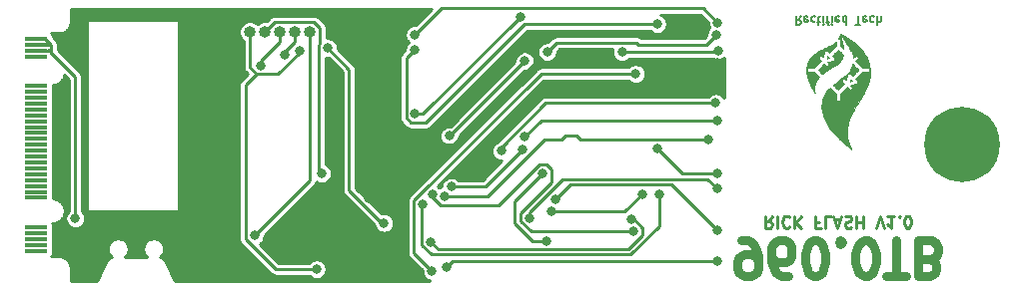
<source format=gbr>
G04 #@! TF.GenerationSoftware,KiCad,Pcbnew,(5.1.0-0)*
G04 #@! TF.CreationDate,2020-08-21T20:36:15-04:00*
G04 #@! TF.ProjectId,Rick Flash,5269636b-2046-46c6-9173-682e6b696361,1.1*
G04 #@! TF.SameCoordinates,Original*
G04 #@! TF.FileFunction,Copper,L2,Bot*
G04 #@! TF.FilePolarity,Positive*
%FSLAX46Y46*%
G04 Gerber Fmt 4.6, Leading zero omitted, Abs format (unit mm)*
G04 Created by KiCad (PCBNEW (5.1.0-0)) date 2020-08-21 20:36:15*
%MOMM*%
%LPD*%
G04 APERTURE LIST*
%ADD10C,0.150000*%
%ADD11C,0.750000*%
%ADD12C,0.250000*%
%ADD13C,0.010000*%
%ADD14O,1.000000X1.000000*%
%ADD15R,1.000000X1.000000*%
%ADD16C,0.800000*%
%ADD17C,6.400000*%
%ADD18R,1.950000X0.350000*%
%ADD19C,0.254000*%
G04 APERTURE END LIST*
D10*
X181366666Y-86083333D02*
X181133333Y-86416666D01*
X180966666Y-86083333D02*
X180966666Y-86783333D01*
X181233333Y-86783333D01*
X181300000Y-86750000D01*
X181333333Y-86716666D01*
X181366666Y-86650000D01*
X181366666Y-86550000D01*
X181333333Y-86483333D01*
X181300000Y-86450000D01*
X181233333Y-86416666D01*
X180966666Y-86416666D01*
X181933333Y-86116666D02*
X181866666Y-86083333D01*
X181733333Y-86083333D01*
X181666666Y-86116666D01*
X181633333Y-86183333D01*
X181633333Y-86450000D01*
X181666666Y-86516666D01*
X181733333Y-86550000D01*
X181866666Y-86550000D01*
X181933333Y-86516666D01*
X181966666Y-86450000D01*
X181966666Y-86383333D01*
X181633333Y-86316666D01*
X182566666Y-86116666D02*
X182500000Y-86083333D01*
X182366666Y-86083333D01*
X182300000Y-86116666D01*
X182266666Y-86150000D01*
X182233333Y-86216666D01*
X182233333Y-86416666D01*
X182266666Y-86483333D01*
X182300000Y-86516666D01*
X182366666Y-86550000D01*
X182500000Y-86550000D01*
X182566666Y-86516666D01*
X182766666Y-86550000D02*
X183033333Y-86550000D01*
X182866666Y-86783333D02*
X182866666Y-86183333D01*
X182900000Y-86116666D01*
X182966666Y-86083333D01*
X183033333Y-86083333D01*
X183266666Y-86083333D02*
X183266666Y-86550000D01*
X183266666Y-86783333D02*
X183233333Y-86750000D01*
X183266666Y-86716666D01*
X183300000Y-86750000D01*
X183266666Y-86783333D01*
X183266666Y-86716666D01*
X183500000Y-86550000D02*
X183766666Y-86550000D01*
X183600000Y-86083333D02*
X183600000Y-86683333D01*
X183633333Y-86750000D01*
X183700000Y-86783333D01*
X183766666Y-86783333D01*
X184000000Y-86083333D02*
X184000000Y-86550000D01*
X184000000Y-86783333D02*
X183966666Y-86750000D01*
X184000000Y-86716666D01*
X184033333Y-86750000D01*
X184000000Y-86783333D01*
X184000000Y-86716666D01*
X184600000Y-86116666D02*
X184533333Y-86083333D01*
X184400000Y-86083333D01*
X184333333Y-86116666D01*
X184300000Y-86183333D01*
X184300000Y-86450000D01*
X184333333Y-86516666D01*
X184400000Y-86550000D01*
X184533333Y-86550000D01*
X184600000Y-86516666D01*
X184633333Y-86450000D01*
X184633333Y-86383333D01*
X184300000Y-86316666D01*
X185233333Y-86083333D02*
X185233333Y-86783333D01*
X185233333Y-86116666D02*
X185166666Y-86083333D01*
X185033333Y-86083333D01*
X184966666Y-86116666D01*
X184933333Y-86150000D01*
X184900000Y-86216666D01*
X184900000Y-86416666D01*
X184933333Y-86483333D01*
X184966666Y-86516666D01*
X185033333Y-86550000D01*
X185166666Y-86550000D01*
X185233333Y-86516666D01*
X186000000Y-86783333D02*
X186400000Y-86783333D01*
X186200000Y-86083333D02*
X186200000Y-86783333D01*
X186900000Y-86116666D02*
X186833333Y-86083333D01*
X186700000Y-86083333D01*
X186633333Y-86116666D01*
X186600000Y-86183333D01*
X186600000Y-86450000D01*
X186633333Y-86516666D01*
X186700000Y-86550000D01*
X186833333Y-86550000D01*
X186900000Y-86516666D01*
X186933333Y-86450000D01*
X186933333Y-86383333D01*
X186600000Y-86316666D01*
X187533333Y-86116666D02*
X187466666Y-86083333D01*
X187333333Y-86083333D01*
X187266666Y-86116666D01*
X187233333Y-86150000D01*
X187200000Y-86216666D01*
X187200000Y-86416666D01*
X187233333Y-86483333D01*
X187266666Y-86516666D01*
X187333333Y-86550000D01*
X187466666Y-86550000D01*
X187533333Y-86516666D01*
X187833333Y-86083333D02*
X187833333Y-86783333D01*
X188133333Y-86083333D02*
X188133333Y-86450000D01*
X188100000Y-86516666D01*
X188033333Y-86550000D01*
X187933333Y-86550000D01*
X187866666Y-86516666D01*
X187833333Y-86483333D01*
D11*
X176285714Y-105142857D02*
X176857142Y-105142857D01*
X177142857Y-105285714D01*
X177285714Y-105428571D01*
X177571428Y-105857142D01*
X177714285Y-106428571D01*
X177714285Y-107571428D01*
X177571428Y-107857142D01*
X177428571Y-108000000D01*
X177142857Y-108142857D01*
X176571428Y-108142857D01*
X176285714Y-108000000D01*
X176142857Y-107857142D01*
X176000000Y-107571428D01*
X176000000Y-106857142D01*
X176142857Y-106571428D01*
X176285714Y-106428571D01*
X176571428Y-106285714D01*
X177142857Y-106285714D01*
X177428571Y-106428571D01*
X177571428Y-106571428D01*
X177714285Y-106857142D01*
X180285714Y-108142857D02*
X179714285Y-108142857D01*
X179428571Y-108000000D01*
X179285714Y-107857142D01*
X179000000Y-107428571D01*
X178857142Y-106857142D01*
X178857142Y-105714285D01*
X179000000Y-105428571D01*
X179142857Y-105285714D01*
X179428571Y-105142857D01*
X180000000Y-105142857D01*
X180285714Y-105285714D01*
X180428571Y-105428571D01*
X180571428Y-105714285D01*
X180571428Y-106428571D01*
X180428571Y-106714285D01*
X180285714Y-106857142D01*
X180000000Y-107000000D01*
X179428571Y-107000000D01*
X179142857Y-106857142D01*
X179000000Y-106714285D01*
X178857142Y-106428571D01*
X182428571Y-108142857D02*
X182714285Y-108142857D01*
X183000000Y-108000000D01*
X183142857Y-107857142D01*
X183285714Y-107571428D01*
X183428571Y-107000000D01*
X183428571Y-106285714D01*
X183285714Y-105714285D01*
X183142857Y-105428571D01*
X183000000Y-105285714D01*
X182714285Y-105142857D01*
X182428571Y-105142857D01*
X182142857Y-105285714D01*
X182000000Y-105428571D01*
X181857142Y-105714285D01*
X181714285Y-106285714D01*
X181714285Y-107000000D01*
X181857142Y-107571428D01*
X182000000Y-107857142D01*
X182142857Y-108000000D01*
X182428571Y-108142857D01*
X184714285Y-105428571D02*
X184857142Y-105285714D01*
X184714285Y-105142857D01*
X184571428Y-105285714D01*
X184714285Y-105428571D01*
X184714285Y-105142857D01*
X186714285Y-108142857D02*
X187000000Y-108142857D01*
X187285714Y-108000000D01*
X187428571Y-107857142D01*
X187571428Y-107571428D01*
X187714285Y-107000000D01*
X187714285Y-106285714D01*
X187571428Y-105714285D01*
X187428571Y-105428571D01*
X187285714Y-105285714D01*
X187000000Y-105142857D01*
X186714285Y-105142857D01*
X186428571Y-105285714D01*
X186285714Y-105428571D01*
X186142857Y-105714285D01*
X186000000Y-106285714D01*
X186000000Y-107000000D01*
X186142857Y-107571428D01*
X186285714Y-107857142D01*
X186428571Y-108000000D01*
X186714285Y-108142857D01*
X188571428Y-108142857D02*
X190285714Y-108142857D01*
X189428571Y-105142857D02*
X189428571Y-108142857D01*
X192285714Y-106714285D02*
X192714285Y-106571428D01*
X192857142Y-106428571D01*
X193000000Y-106142857D01*
X193000000Y-105714285D01*
X192857142Y-105428571D01*
X192714285Y-105285714D01*
X192428571Y-105142857D01*
X191285714Y-105142857D01*
X191285714Y-108142857D01*
X192285714Y-108142857D01*
X192571428Y-108000000D01*
X192714285Y-107857142D01*
X192857142Y-107571428D01*
X192857142Y-107285714D01*
X192714285Y-107000000D01*
X192571428Y-106857142D01*
X192285714Y-106714285D01*
X191285714Y-106714285D01*
D12*
X178928571Y-103047619D02*
X178595238Y-103523809D01*
X178357142Y-103047619D02*
X178357142Y-104047619D01*
X178738095Y-104047619D01*
X178833333Y-104000000D01*
X178880952Y-103952380D01*
X178928571Y-103857142D01*
X178928571Y-103714285D01*
X178880952Y-103619047D01*
X178833333Y-103571428D01*
X178738095Y-103523809D01*
X178357142Y-103523809D01*
X179357142Y-103047619D02*
X179357142Y-104047619D01*
X180404761Y-103142857D02*
X180357142Y-103095238D01*
X180214285Y-103047619D01*
X180119047Y-103047619D01*
X179976190Y-103095238D01*
X179880952Y-103190476D01*
X179833333Y-103285714D01*
X179785714Y-103476190D01*
X179785714Y-103619047D01*
X179833333Y-103809523D01*
X179880952Y-103904761D01*
X179976190Y-104000000D01*
X180119047Y-104047619D01*
X180214285Y-104047619D01*
X180357142Y-104000000D01*
X180404761Y-103952380D01*
X180833333Y-103047619D02*
X180833333Y-104047619D01*
X181404761Y-103047619D02*
X180976190Y-103619047D01*
X181404761Y-104047619D02*
X180833333Y-103476190D01*
X182928571Y-103571428D02*
X182595238Y-103571428D01*
X182595238Y-103047619D02*
X182595238Y-104047619D01*
X183071428Y-104047619D01*
X183928571Y-103047619D02*
X183452380Y-103047619D01*
X183452380Y-104047619D01*
X184214285Y-103333333D02*
X184690476Y-103333333D01*
X184119047Y-103047619D02*
X184452380Y-104047619D01*
X184785714Y-103047619D01*
X185071428Y-103095238D02*
X185214285Y-103047619D01*
X185452380Y-103047619D01*
X185547619Y-103095238D01*
X185595238Y-103142857D01*
X185642857Y-103238095D01*
X185642857Y-103333333D01*
X185595238Y-103428571D01*
X185547619Y-103476190D01*
X185452380Y-103523809D01*
X185261904Y-103571428D01*
X185166666Y-103619047D01*
X185119047Y-103666666D01*
X185071428Y-103761904D01*
X185071428Y-103857142D01*
X185119047Y-103952380D01*
X185166666Y-104000000D01*
X185261904Y-104047619D01*
X185500000Y-104047619D01*
X185642857Y-104000000D01*
X186071428Y-103047619D02*
X186071428Y-104047619D01*
X186071428Y-103571428D02*
X186642857Y-103571428D01*
X186642857Y-103047619D02*
X186642857Y-104047619D01*
X187738095Y-104047619D02*
X188071428Y-103047619D01*
X188404761Y-104047619D01*
X189261904Y-103047619D02*
X188690476Y-103047619D01*
X188976190Y-103047619D02*
X188976190Y-104047619D01*
X188880952Y-103904761D01*
X188785714Y-103809523D01*
X188690476Y-103761904D01*
X189690476Y-103142857D02*
X189738095Y-103095238D01*
X189690476Y-103047619D01*
X189642857Y-103095238D01*
X189690476Y-103142857D01*
X189690476Y-103047619D01*
X190357142Y-104047619D02*
X190452380Y-104047619D01*
X190547619Y-104000000D01*
X190595238Y-103952380D01*
X190642857Y-103857142D01*
X190690476Y-103666666D01*
X190690476Y-103428571D01*
X190642857Y-103238095D01*
X190595238Y-103142857D01*
X190547619Y-103095238D01*
X190452380Y-103047619D01*
X190357142Y-103047619D01*
X190261904Y-103095238D01*
X190214285Y-103142857D01*
X190166666Y-103238095D01*
X190119047Y-103428571D01*
X190119047Y-103666666D01*
X190166666Y-103857142D01*
X190214285Y-103952380D01*
X190261904Y-104000000D01*
X190357142Y-104047619D01*
D13*
G36*
X184932045Y-88777160D02*
G01*
X184926672Y-88721074D01*
X184919810Y-88660882D01*
X184912015Y-88600367D01*
X184903841Y-88543312D01*
X184895843Y-88493501D01*
X184888575Y-88454715D01*
X184882592Y-88430739D01*
X184880558Y-88425935D01*
X184877247Y-88413285D01*
X184872785Y-88387490D01*
X184870283Y-88370055D01*
X184865757Y-88339983D01*
X184861689Y-88319140D01*
X184860099Y-88314136D01*
X184856453Y-88301924D01*
X184849642Y-88273875D01*
X184840589Y-88234057D01*
X184830220Y-88186537D01*
X184819458Y-88135383D01*
X184819246Y-88134354D01*
X184814244Y-88112439D01*
X184805457Y-88076295D01*
X184793750Y-88029288D01*
X184779988Y-87974780D01*
X184765036Y-87916135D01*
X184749758Y-87856718D01*
X184735022Y-87799890D01*
X184721691Y-87749017D01*
X184710630Y-87707462D01*
X184702705Y-87678587D01*
X184698781Y-87665758D01*
X184698655Y-87665506D01*
X184693802Y-87651035D01*
X184688332Y-87626063D01*
X184687863Y-87623454D01*
X184682446Y-87596651D01*
X184677653Y-87588841D01*
X184671525Y-87600267D01*
X184663460Y-87626475D01*
X184646313Y-87680154D01*
X184623504Y-87743863D01*
X184597782Y-87810519D01*
X184571894Y-87873043D01*
X184548589Y-87924354D01*
X184545138Y-87931340D01*
X184510720Y-87999920D01*
X184570569Y-87999920D01*
X184603589Y-88000230D01*
X184630067Y-88002504D01*
X184650724Y-88008763D01*
X184666284Y-88021029D01*
X184677468Y-88041321D01*
X184684999Y-88071659D01*
X184689600Y-88114065D01*
X184691992Y-88170559D01*
X184692897Y-88243160D01*
X184693039Y-88333889D01*
X184693040Y-88342475D01*
X184693040Y-88614918D01*
X184815965Y-88736679D01*
X184938891Y-88858440D01*
X184932045Y-88777160D01*
X184932045Y-88777160D01*
G37*
X184932045Y-88777160D02*
X184926672Y-88721074D01*
X184919810Y-88660882D01*
X184912015Y-88600367D01*
X184903841Y-88543312D01*
X184895843Y-88493501D01*
X184888575Y-88454715D01*
X184882592Y-88430739D01*
X184880558Y-88425935D01*
X184877247Y-88413285D01*
X184872785Y-88387490D01*
X184870283Y-88370055D01*
X184865757Y-88339983D01*
X184861689Y-88319140D01*
X184860099Y-88314136D01*
X184856453Y-88301924D01*
X184849642Y-88273875D01*
X184840589Y-88234057D01*
X184830220Y-88186537D01*
X184819458Y-88135383D01*
X184819246Y-88134354D01*
X184814244Y-88112439D01*
X184805457Y-88076295D01*
X184793750Y-88029288D01*
X184779988Y-87974780D01*
X184765036Y-87916135D01*
X184749758Y-87856718D01*
X184735022Y-87799890D01*
X184721691Y-87749017D01*
X184710630Y-87707462D01*
X184702705Y-87678587D01*
X184698781Y-87665758D01*
X184698655Y-87665506D01*
X184693802Y-87651035D01*
X184688332Y-87626063D01*
X184687863Y-87623454D01*
X184682446Y-87596651D01*
X184677653Y-87588841D01*
X184671525Y-87600267D01*
X184663460Y-87626475D01*
X184646313Y-87680154D01*
X184623504Y-87743863D01*
X184597782Y-87810519D01*
X184571894Y-87873043D01*
X184548589Y-87924354D01*
X184545138Y-87931340D01*
X184510720Y-87999920D01*
X184570569Y-87999920D01*
X184603589Y-88000230D01*
X184630067Y-88002504D01*
X184650724Y-88008763D01*
X184666284Y-88021029D01*
X184677468Y-88041321D01*
X184684999Y-88071659D01*
X184689600Y-88114065D01*
X184691992Y-88170559D01*
X184692897Y-88243160D01*
X184693039Y-88333889D01*
X184693040Y-88342475D01*
X184693040Y-88614918D01*
X184815965Y-88736679D01*
X184938891Y-88858440D01*
X184932045Y-88777160D01*
G36*
X185656011Y-97369006D02*
G01*
X185652700Y-97357785D01*
X185641879Y-97330809D01*
X185624690Y-97290708D01*
X185602274Y-97240112D01*
X185575775Y-97181652D01*
X185555616Y-97137907D01*
X185487853Y-96986679D01*
X185431318Y-96848251D01*
X185385161Y-96719086D01*
X185348531Y-96595644D01*
X185320577Y-96474388D01*
X185300448Y-96351780D01*
X185287293Y-96224279D01*
X185280262Y-96088349D01*
X185278525Y-95985680D01*
X185278563Y-95913204D01*
X185279324Y-95841783D01*
X185280706Y-95775923D01*
X185282609Y-95720129D01*
X185284929Y-95678908D01*
X185285627Y-95670720D01*
X185290300Y-95626077D01*
X185296399Y-95573884D01*
X185303324Y-95518650D01*
X185310471Y-95464888D01*
X185317238Y-95417108D01*
X185323024Y-95379820D01*
X185327225Y-95357535D01*
X185327682Y-95355760D01*
X185331917Y-95336011D01*
X185336863Y-95307026D01*
X185337705Y-95301461D01*
X185345115Y-95260704D01*
X185357048Y-95205727D01*
X185372191Y-95141773D01*
X185389230Y-95074084D01*
X185406853Y-95007905D01*
X185423747Y-94948478D01*
X185436051Y-94908720D01*
X185471810Y-94807314D01*
X185515958Y-94696463D01*
X185568856Y-94575473D01*
X185630866Y-94443652D01*
X185702352Y-94300307D01*
X185783675Y-94144743D01*
X185875199Y-93976270D01*
X185977284Y-93794192D01*
X186090295Y-93597818D01*
X186214592Y-93386453D01*
X186350540Y-93159406D01*
X186352523Y-93156120D01*
X186448770Y-92996299D01*
X186534944Y-92852307D01*
X186611773Y-92722763D01*
X186679986Y-92606283D01*
X186740311Y-92501488D01*
X186793478Y-92406993D01*
X186840215Y-92321418D01*
X186881249Y-92243381D01*
X186917311Y-92171499D01*
X186949128Y-92104391D01*
X186977430Y-92040674D01*
X187002944Y-91978968D01*
X187026399Y-91917889D01*
X187048524Y-91856057D01*
X187067355Y-91800280D01*
X187100637Y-91695063D01*
X187128425Y-91596724D01*
X187151458Y-91501188D01*
X187170476Y-91404382D01*
X187186221Y-91302230D01*
X187199432Y-91190659D01*
X187210849Y-91065593D01*
X187217900Y-90971712D01*
X187220034Y-90903667D01*
X187218410Y-90819931D01*
X187213346Y-90724722D01*
X187205161Y-90622255D01*
X187194172Y-90516747D01*
X187180698Y-90412415D01*
X187170703Y-90346880D01*
X187122013Y-90102226D01*
X187057382Y-89869562D01*
X186976200Y-89647549D01*
X186877860Y-89434845D01*
X186761755Y-89230109D01*
X186627275Y-89031999D01*
X186502971Y-88873680D01*
X186326538Y-88676440D01*
X186132736Y-88486267D01*
X185923791Y-88304850D01*
X185701929Y-88133875D01*
X185469375Y-87975029D01*
X185228355Y-87829999D01*
X184981096Y-87700472D01*
X184911480Y-87667413D01*
X184841115Y-87635297D01*
X184782716Y-87609774D01*
X184737730Y-87591425D01*
X184707605Y-87580833D01*
X184693789Y-87578579D01*
X184693040Y-87579561D01*
X184698630Y-87589348D01*
X184714217Y-87613081D01*
X184738021Y-87648144D01*
X184768265Y-87691921D01*
X184803168Y-87741796D01*
X184808661Y-87749593D01*
X184919812Y-87909331D01*
X185024393Y-88063850D01*
X185121607Y-88211850D01*
X185210663Y-88352032D01*
X185290766Y-88483096D01*
X185361122Y-88603742D01*
X185420938Y-88712671D01*
X185469420Y-88808584D01*
X185505774Y-88890179D01*
X185506786Y-88892683D01*
X185523634Y-88930979D01*
X185539713Y-88961429D01*
X185552479Y-88979446D01*
X185556456Y-88982272D01*
X185616883Y-89006695D01*
X185659343Y-89039290D01*
X185678867Y-89067324D01*
X185687642Y-89089088D01*
X185700511Y-89127105D01*
X185716424Y-89177972D01*
X185734334Y-89238283D01*
X185753190Y-89304635D01*
X185763114Y-89340736D01*
X185826005Y-89572286D01*
X185871662Y-89531476D01*
X185925468Y-89490676D01*
X185975656Y-89468300D01*
X186014518Y-89462960D01*
X186065051Y-89472445D01*
X186110396Y-89498273D01*
X186146632Y-89536509D01*
X186169840Y-89583217D01*
X186176400Y-89625520D01*
X186173116Y-89656739D01*
X186162034Y-89688196D01*
X186141309Y-89722802D01*
X186109095Y-89763468D01*
X186063544Y-89813103D01*
X186045844Y-89831363D01*
X185978621Y-89900046D01*
X186547103Y-90468800D01*
X186824031Y-90468800D01*
X186913476Y-90468621D01*
X186984650Y-90468814D01*
X187039589Y-90470476D01*
X187080329Y-90474705D01*
X187108908Y-90482599D01*
X187127361Y-90495255D01*
X187137724Y-90513770D01*
X187142034Y-90539241D01*
X187142327Y-90572767D01*
X187140639Y-90615443D01*
X187139741Y-90638942D01*
X187137800Y-90691868D01*
X187135570Y-90728452D01*
X187132203Y-90752661D01*
X187126854Y-90768466D01*
X187118678Y-90779836D01*
X187107508Y-90790155D01*
X187079506Y-90814240D01*
X186516893Y-90814240D01*
X186235520Y-91095479D01*
X185954148Y-91376717D01*
X186036359Y-91463568D01*
X186081655Y-91512472D01*
X186114139Y-91550682D01*
X186135815Y-91581417D01*
X186148683Y-91607894D01*
X186154745Y-91633332D01*
X186156042Y-91655985D01*
X186148987Y-91711579D01*
X186126854Y-91754352D01*
X186088352Y-91786409D01*
X186070440Y-91795639D01*
X186050525Y-91803159D01*
X186015453Y-91814800D01*
X185968594Y-91829573D01*
X185913319Y-91846488D01*
X185852999Y-91864558D01*
X185791005Y-91882792D01*
X185730707Y-91900201D01*
X185675476Y-91915796D01*
X185628684Y-91928589D01*
X185593700Y-91937589D01*
X185573895Y-91941809D01*
X185571684Y-91942000D01*
X185574536Y-91948819D01*
X185588346Y-91966794D01*
X185610232Y-91992209D01*
X185613046Y-91995340D01*
X185655251Y-92047999D01*
X185679469Y-92094077D01*
X185685859Y-92136130D01*
X185674582Y-92176717D01*
X185645799Y-92218394D01*
X185628243Y-92237124D01*
X185582046Y-92275182D01*
X185538229Y-92293845D01*
X185495168Y-92293642D01*
X185474412Y-92287048D01*
X185455192Y-92275351D01*
X185425253Y-92252756D01*
X185388554Y-92222418D01*
X185349053Y-92187494D01*
X185345510Y-92184247D01*
X185247696Y-92094323D01*
X185206588Y-92132257D01*
X185189540Y-92148472D01*
X185160112Y-92177005D01*
X185120342Y-92215856D01*
X185072270Y-92263024D01*
X185017933Y-92316510D01*
X184959373Y-92374315D01*
X184919100Y-92414157D01*
X184672720Y-92658125D01*
X184672720Y-93230846D01*
X184644937Y-93252700D01*
X184631313Y-93262100D01*
X184616175Y-93268157D01*
X184595198Y-93271419D01*
X184564056Y-93272433D01*
X184518426Y-93271746D01*
X184498652Y-93271217D01*
X184454229Y-93270342D01*
X184418770Y-93269111D01*
X184391272Y-93265450D01*
X184370731Y-93257289D01*
X184356141Y-93242555D01*
X184346500Y-93219178D01*
X184340804Y-93185086D01*
X184338048Y-93138206D01*
X184337228Y-93076468D01*
X184337341Y-92997800D01*
X184337440Y-92938573D01*
X184337440Y-92647974D01*
X184075228Y-92385908D01*
X183813017Y-92123843D01*
X183726140Y-92213964D01*
X183608324Y-92348385D01*
X183502648Y-92495056D01*
X183407969Y-92655813D01*
X183323147Y-92832491D01*
X183287340Y-92919067D01*
X183244328Y-93037626D01*
X183204580Y-93165646D01*
X183169915Y-93296305D01*
X183142152Y-93422781D01*
X183123934Y-93532040D01*
X183119591Y-93563702D01*
X183113741Y-93605724D01*
X183108384Y-93643800D01*
X183099342Y-93767238D01*
X183105174Y-93904265D01*
X183125836Y-94054673D01*
X183161288Y-94218252D01*
X183211486Y-94394793D01*
X183276389Y-94584086D01*
X183323099Y-94705520D01*
X183341435Y-94749112D01*
X183367130Y-94806926D01*
X183398371Y-94875052D01*
X183433345Y-94949581D01*
X183470238Y-95026604D01*
X183505662Y-95099031D01*
X183573865Y-95233247D01*
X183638776Y-95352502D01*
X183703295Y-95461190D01*
X183770324Y-95563702D01*
X183842765Y-95664430D01*
X183923520Y-95767767D01*
X184015490Y-95878104D01*
X184036583Y-95902673D01*
X184091104Y-95964065D01*
X184157687Y-96036070D01*
X184233342Y-96115653D01*
X184315078Y-96199777D01*
X184399905Y-96285407D01*
X184484831Y-96369508D01*
X184566865Y-96449042D01*
X184643018Y-96520976D01*
X184672720Y-96548366D01*
X184721442Y-96592970D01*
X184765051Y-96633001D01*
X184801335Y-96666420D01*
X184828081Y-96691186D01*
X184843076Y-96705259D01*
X184845440Y-96707605D01*
X184855450Y-96716904D01*
X184878710Y-96737343D01*
X184912929Y-96766970D01*
X184955815Y-96803835D01*
X185005078Y-96845985D01*
X185058425Y-96891471D01*
X185113566Y-96938340D01*
X185168211Y-96984641D01*
X185220066Y-97028422D01*
X185266843Y-97067733D01*
X185306249Y-97100621D01*
X185327908Y-97118520D01*
X185405299Y-97181632D01*
X185474503Y-97237173D01*
X185534322Y-97284228D01*
X185583558Y-97321885D01*
X185621016Y-97349228D01*
X185645496Y-97365343D01*
X185655803Y-97369318D01*
X185656011Y-97369006D01*
X185656011Y-97369006D01*
G37*
X185656011Y-97369006D02*
X185652700Y-97357785D01*
X185641879Y-97330809D01*
X185624690Y-97290708D01*
X185602274Y-97240112D01*
X185575775Y-97181652D01*
X185555616Y-97137907D01*
X185487853Y-96986679D01*
X185431318Y-96848251D01*
X185385161Y-96719086D01*
X185348531Y-96595644D01*
X185320577Y-96474388D01*
X185300448Y-96351780D01*
X185287293Y-96224279D01*
X185280262Y-96088349D01*
X185278525Y-95985680D01*
X185278563Y-95913204D01*
X185279324Y-95841783D01*
X185280706Y-95775923D01*
X185282609Y-95720129D01*
X185284929Y-95678908D01*
X185285627Y-95670720D01*
X185290300Y-95626077D01*
X185296399Y-95573884D01*
X185303324Y-95518650D01*
X185310471Y-95464888D01*
X185317238Y-95417108D01*
X185323024Y-95379820D01*
X185327225Y-95357535D01*
X185327682Y-95355760D01*
X185331917Y-95336011D01*
X185336863Y-95307026D01*
X185337705Y-95301461D01*
X185345115Y-95260704D01*
X185357048Y-95205727D01*
X185372191Y-95141773D01*
X185389230Y-95074084D01*
X185406853Y-95007905D01*
X185423747Y-94948478D01*
X185436051Y-94908720D01*
X185471810Y-94807314D01*
X185515958Y-94696463D01*
X185568856Y-94575473D01*
X185630866Y-94443652D01*
X185702352Y-94300307D01*
X185783675Y-94144743D01*
X185875199Y-93976270D01*
X185977284Y-93794192D01*
X186090295Y-93597818D01*
X186214592Y-93386453D01*
X186350540Y-93159406D01*
X186352523Y-93156120D01*
X186448770Y-92996299D01*
X186534944Y-92852307D01*
X186611773Y-92722763D01*
X186679986Y-92606283D01*
X186740311Y-92501488D01*
X186793478Y-92406993D01*
X186840215Y-92321418D01*
X186881249Y-92243381D01*
X186917311Y-92171499D01*
X186949128Y-92104391D01*
X186977430Y-92040674D01*
X187002944Y-91978968D01*
X187026399Y-91917889D01*
X187048524Y-91856057D01*
X187067355Y-91800280D01*
X187100637Y-91695063D01*
X187128425Y-91596724D01*
X187151458Y-91501188D01*
X187170476Y-91404382D01*
X187186221Y-91302230D01*
X187199432Y-91190659D01*
X187210849Y-91065593D01*
X187217900Y-90971712D01*
X187220034Y-90903667D01*
X187218410Y-90819931D01*
X187213346Y-90724722D01*
X187205161Y-90622255D01*
X187194172Y-90516747D01*
X187180698Y-90412415D01*
X187170703Y-90346880D01*
X187122013Y-90102226D01*
X187057382Y-89869562D01*
X186976200Y-89647549D01*
X186877860Y-89434845D01*
X186761755Y-89230109D01*
X186627275Y-89031999D01*
X186502971Y-88873680D01*
X186326538Y-88676440D01*
X186132736Y-88486267D01*
X185923791Y-88304850D01*
X185701929Y-88133875D01*
X185469375Y-87975029D01*
X185228355Y-87829999D01*
X184981096Y-87700472D01*
X184911480Y-87667413D01*
X184841115Y-87635297D01*
X184782716Y-87609774D01*
X184737730Y-87591425D01*
X184707605Y-87580833D01*
X184693789Y-87578579D01*
X184693040Y-87579561D01*
X184698630Y-87589348D01*
X184714217Y-87613081D01*
X184738021Y-87648144D01*
X184768265Y-87691921D01*
X184803168Y-87741796D01*
X184808661Y-87749593D01*
X184919812Y-87909331D01*
X185024393Y-88063850D01*
X185121607Y-88211850D01*
X185210663Y-88352032D01*
X185290766Y-88483096D01*
X185361122Y-88603742D01*
X185420938Y-88712671D01*
X185469420Y-88808584D01*
X185505774Y-88890179D01*
X185506786Y-88892683D01*
X185523634Y-88930979D01*
X185539713Y-88961429D01*
X185552479Y-88979446D01*
X185556456Y-88982272D01*
X185616883Y-89006695D01*
X185659343Y-89039290D01*
X185678867Y-89067324D01*
X185687642Y-89089088D01*
X185700511Y-89127105D01*
X185716424Y-89177972D01*
X185734334Y-89238283D01*
X185753190Y-89304635D01*
X185763114Y-89340736D01*
X185826005Y-89572286D01*
X185871662Y-89531476D01*
X185925468Y-89490676D01*
X185975656Y-89468300D01*
X186014518Y-89462960D01*
X186065051Y-89472445D01*
X186110396Y-89498273D01*
X186146632Y-89536509D01*
X186169840Y-89583217D01*
X186176400Y-89625520D01*
X186173116Y-89656739D01*
X186162034Y-89688196D01*
X186141309Y-89722802D01*
X186109095Y-89763468D01*
X186063544Y-89813103D01*
X186045844Y-89831363D01*
X185978621Y-89900046D01*
X186547103Y-90468800D01*
X186824031Y-90468800D01*
X186913476Y-90468621D01*
X186984650Y-90468814D01*
X187039589Y-90470476D01*
X187080329Y-90474705D01*
X187108908Y-90482599D01*
X187127361Y-90495255D01*
X187137724Y-90513770D01*
X187142034Y-90539241D01*
X187142327Y-90572767D01*
X187140639Y-90615443D01*
X187139741Y-90638942D01*
X187137800Y-90691868D01*
X187135570Y-90728452D01*
X187132203Y-90752661D01*
X187126854Y-90768466D01*
X187118678Y-90779836D01*
X187107508Y-90790155D01*
X187079506Y-90814240D01*
X186516893Y-90814240D01*
X186235520Y-91095479D01*
X185954148Y-91376717D01*
X186036359Y-91463568D01*
X186081655Y-91512472D01*
X186114139Y-91550682D01*
X186135815Y-91581417D01*
X186148683Y-91607894D01*
X186154745Y-91633332D01*
X186156042Y-91655985D01*
X186148987Y-91711579D01*
X186126854Y-91754352D01*
X186088352Y-91786409D01*
X186070440Y-91795639D01*
X186050525Y-91803159D01*
X186015453Y-91814800D01*
X185968594Y-91829573D01*
X185913319Y-91846488D01*
X185852999Y-91864558D01*
X185791005Y-91882792D01*
X185730707Y-91900201D01*
X185675476Y-91915796D01*
X185628684Y-91928589D01*
X185593700Y-91937589D01*
X185573895Y-91941809D01*
X185571684Y-91942000D01*
X185574536Y-91948819D01*
X185588346Y-91966794D01*
X185610232Y-91992209D01*
X185613046Y-91995340D01*
X185655251Y-92047999D01*
X185679469Y-92094077D01*
X185685859Y-92136130D01*
X185674582Y-92176717D01*
X185645799Y-92218394D01*
X185628243Y-92237124D01*
X185582046Y-92275182D01*
X185538229Y-92293845D01*
X185495168Y-92293642D01*
X185474412Y-92287048D01*
X185455192Y-92275351D01*
X185425253Y-92252756D01*
X185388554Y-92222418D01*
X185349053Y-92187494D01*
X185345510Y-92184247D01*
X185247696Y-92094323D01*
X185206588Y-92132257D01*
X185189540Y-92148472D01*
X185160112Y-92177005D01*
X185120342Y-92215856D01*
X185072270Y-92263024D01*
X185017933Y-92316510D01*
X184959373Y-92374315D01*
X184919100Y-92414157D01*
X184672720Y-92658125D01*
X184672720Y-93230846D01*
X184644937Y-93252700D01*
X184631313Y-93262100D01*
X184616175Y-93268157D01*
X184595198Y-93271419D01*
X184564056Y-93272433D01*
X184518426Y-93271746D01*
X184498652Y-93271217D01*
X184454229Y-93270342D01*
X184418770Y-93269111D01*
X184391272Y-93265450D01*
X184370731Y-93257289D01*
X184356141Y-93242555D01*
X184346500Y-93219178D01*
X184340804Y-93185086D01*
X184338048Y-93138206D01*
X184337228Y-93076468D01*
X184337341Y-92997800D01*
X184337440Y-92938573D01*
X184337440Y-92647974D01*
X184075228Y-92385908D01*
X183813017Y-92123843D01*
X183726140Y-92213964D01*
X183608324Y-92348385D01*
X183502648Y-92495056D01*
X183407969Y-92655813D01*
X183323147Y-92832491D01*
X183287340Y-92919067D01*
X183244328Y-93037626D01*
X183204580Y-93165646D01*
X183169915Y-93296305D01*
X183142152Y-93422781D01*
X183123934Y-93532040D01*
X183119591Y-93563702D01*
X183113741Y-93605724D01*
X183108384Y-93643800D01*
X183099342Y-93767238D01*
X183105174Y-93904265D01*
X183125836Y-94054673D01*
X183161288Y-94218252D01*
X183211486Y-94394793D01*
X183276389Y-94584086D01*
X183323099Y-94705520D01*
X183341435Y-94749112D01*
X183367130Y-94806926D01*
X183398371Y-94875052D01*
X183433345Y-94949581D01*
X183470238Y-95026604D01*
X183505662Y-95099031D01*
X183573865Y-95233247D01*
X183638776Y-95352502D01*
X183703295Y-95461190D01*
X183770324Y-95563702D01*
X183842765Y-95664430D01*
X183923520Y-95767767D01*
X184015490Y-95878104D01*
X184036583Y-95902673D01*
X184091104Y-95964065D01*
X184157687Y-96036070D01*
X184233342Y-96115653D01*
X184315078Y-96199777D01*
X184399905Y-96285407D01*
X184484831Y-96369508D01*
X184566865Y-96449042D01*
X184643018Y-96520976D01*
X184672720Y-96548366D01*
X184721442Y-96592970D01*
X184765051Y-96633001D01*
X184801335Y-96666420D01*
X184828081Y-96691186D01*
X184843076Y-96705259D01*
X184845440Y-96707605D01*
X184855450Y-96716904D01*
X184878710Y-96737343D01*
X184912929Y-96766970D01*
X184955815Y-96803835D01*
X185005078Y-96845985D01*
X185058425Y-96891471D01*
X185113566Y-96938340D01*
X185168211Y-96984641D01*
X185220066Y-97028422D01*
X185266843Y-97067733D01*
X185306249Y-97100621D01*
X185327908Y-97118520D01*
X185405299Y-97181632D01*
X185474503Y-97237173D01*
X185534322Y-97284228D01*
X185583558Y-97321885D01*
X185621016Y-97349228D01*
X185645496Y-97365343D01*
X185655803Y-97369318D01*
X185656011Y-97369006D01*
G36*
X183559869Y-89652521D02*
G01*
X183585900Y-89647472D01*
X183622112Y-89638790D01*
X183640793Y-89633873D01*
X183728320Y-89610212D01*
X183588508Y-89471472D01*
X183566321Y-89559936D01*
X183556976Y-89599559D01*
X183550653Y-89631105D01*
X183548238Y-89649887D01*
X183548699Y-89652967D01*
X183559869Y-89652521D01*
X183559869Y-89652521D01*
G37*
X183559869Y-89652521D02*
X183585900Y-89647472D01*
X183622112Y-89638790D01*
X183640793Y-89633873D01*
X183728320Y-89610212D01*
X183588508Y-89471472D01*
X183566321Y-89559936D01*
X183556976Y-89599559D01*
X183550653Y-89631105D01*
X183548238Y-89649887D01*
X183548699Y-89652967D01*
X183559869Y-89652521D01*
G36*
X182537901Y-92586601D02*
G01*
X182534679Y-92566840D01*
X182524137Y-92500727D01*
X182515119Y-92424237D01*
X182508091Y-92343601D01*
X182503518Y-92265044D01*
X182501865Y-92194794D01*
X182503169Y-92145200D01*
X182507634Y-92077748D01*
X182511734Y-92025997D01*
X182516074Y-91985354D01*
X182521253Y-91951222D01*
X182527875Y-91919008D01*
X182536541Y-91884116D01*
X182538194Y-91877839D01*
X182572900Y-91763517D01*
X182615031Y-91657593D01*
X182666969Y-91555448D01*
X182731099Y-91452466D01*
X182809805Y-91344028D01*
X182821600Y-91328818D01*
X182907690Y-91218555D01*
X182700638Y-91011318D01*
X182493585Y-90804080D01*
X182208047Y-90804080D01*
X182118422Y-90804263D01*
X182047016Y-90804124D01*
X181991740Y-90802636D01*
X181950507Y-90798771D01*
X181921226Y-90791501D01*
X181901811Y-90779800D01*
X181890171Y-90762637D01*
X181884219Y-90738987D01*
X181881866Y-90707820D01*
X181881022Y-90668110D01*
X181880463Y-90642868D01*
X181879319Y-90591270D01*
X181879687Y-90555644D01*
X181882116Y-90531667D01*
X181887153Y-90515012D01*
X181895344Y-90501356D01*
X181898980Y-90496583D01*
X181920834Y-90468800D01*
X182493533Y-90468800D01*
X183071707Y-89890360D01*
X182988253Y-89804860D01*
X182932301Y-89742742D01*
X182894124Y-89689059D01*
X182873330Y-89643138D01*
X182869531Y-89604304D01*
X182870105Y-89600593D01*
X182888240Y-89548587D01*
X182920226Y-89504204D01*
X182962007Y-89471839D01*
X183002679Y-89456970D01*
X183056122Y-89457237D01*
X183111969Y-89477512D01*
X183165176Y-89513735D01*
X183191455Y-89533584D01*
X183211565Y-89545332D01*
X183220468Y-89546635D01*
X183225176Y-89534637D01*
X183233844Y-89506590D01*
X183245414Y-89466137D01*
X183258827Y-89416918D01*
X183265455Y-89391840D01*
X183294738Y-89283619D01*
X183321165Y-89193587D01*
X183344586Y-89122194D01*
X183364856Y-89069887D01*
X183381825Y-89037114D01*
X183383234Y-89035069D01*
X183421075Y-88998463D01*
X183469728Y-88978701D01*
X183504320Y-88975280D01*
X183535514Y-88977894D01*
X183565179Y-88987100D01*
X183596671Y-89004946D01*
X183633346Y-89033478D01*
X183678559Y-89074744D01*
X183697721Y-89093256D01*
X183784442Y-89177894D01*
X184348054Y-88614012D01*
X184345287Y-88417643D01*
X184342520Y-88221275D01*
X184322200Y-88243789D01*
X184295411Y-88268470D01*
X184253273Y-88300958D01*
X184198396Y-88339557D01*
X184133392Y-88382571D01*
X184060872Y-88428304D01*
X183983447Y-88475061D01*
X183903729Y-88521146D01*
X183844680Y-88553883D01*
X183807642Y-88573557D01*
X183758705Y-88598865D01*
X183700197Y-88628661D01*
X183634449Y-88661797D01*
X183563794Y-88697124D01*
X183490560Y-88733497D01*
X183417080Y-88769768D01*
X183345683Y-88804789D01*
X183278701Y-88837413D01*
X183218464Y-88866493D01*
X183167303Y-88890882D01*
X183127549Y-88909431D01*
X183101532Y-88920994D01*
X183091822Y-88924480D01*
X183081645Y-88928501D01*
X183057260Y-88939316D01*
X183022838Y-88955054D01*
X182999055Y-88966103D01*
X182888238Y-89022709D01*
X182771504Y-89091111D01*
X182652131Y-89168812D01*
X182533399Y-89253319D01*
X182418587Y-89342135D01*
X182310974Y-89432765D01*
X182213839Y-89522715D01*
X182130462Y-89609488D01*
X182088261Y-89659165D01*
X182034537Y-89738179D01*
X181985468Y-89834355D01*
X181941999Y-89944875D01*
X181905079Y-90066923D01*
X181875654Y-90197681D01*
X181854669Y-90334333D01*
X181851347Y-90364254D01*
X181846698Y-90424900D01*
X181843656Y-90498465D01*
X181842140Y-90581328D01*
X181842067Y-90669872D01*
X181843355Y-90760477D01*
X181845921Y-90849524D01*
X181849683Y-90933393D01*
X181854558Y-91008466D01*
X181860465Y-91071122D01*
X181867320Y-91117744D01*
X181868641Y-91124120D01*
X181875999Y-91159091D01*
X181882292Y-91191549D01*
X181882952Y-91195240D01*
X181896066Y-91251686D01*
X181917882Y-91323383D01*
X181947368Y-91407745D01*
X181983492Y-91502187D01*
X182025222Y-91604122D01*
X182071526Y-91710965D01*
X182121372Y-91820129D01*
X182173729Y-91929028D01*
X182184017Y-91949759D01*
X182227328Y-92035694D01*
X182271937Y-92122598D01*
X182316620Y-92208211D01*
X182360151Y-92290276D01*
X182401308Y-92366535D01*
X182438866Y-92434729D01*
X182471600Y-92492600D01*
X182498287Y-92537890D01*
X182517702Y-92568341D01*
X182524060Y-92577000D01*
X182535172Y-92589692D01*
X182537901Y-92586601D01*
X182537901Y-92586601D01*
G37*
X182537901Y-92586601D02*
X182534679Y-92566840D01*
X182524137Y-92500727D01*
X182515119Y-92424237D01*
X182508091Y-92343601D01*
X182503518Y-92265044D01*
X182501865Y-92194794D01*
X182503169Y-92145200D01*
X182507634Y-92077748D01*
X182511734Y-92025997D01*
X182516074Y-91985354D01*
X182521253Y-91951222D01*
X182527875Y-91919008D01*
X182536541Y-91884116D01*
X182538194Y-91877839D01*
X182572900Y-91763517D01*
X182615031Y-91657593D01*
X182666969Y-91555448D01*
X182731099Y-91452466D01*
X182809805Y-91344028D01*
X182821600Y-91328818D01*
X182907690Y-91218555D01*
X182700638Y-91011318D01*
X182493585Y-90804080D01*
X182208047Y-90804080D01*
X182118422Y-90804263D01*
X182047016Y-90804124D01*
X181991740Y-90802636D01*
X181950507Y-90798771D01*
X181921226Y-90791501D01*
X181901811Y-90779800D01*
X181890171Y-90762637D01*
X181884219Y-90738987D01*
X181881866Y-90707820D01*
X181881022Y-90668110D01*
X181880463Y-90642868D01*
X181879319Y-90591270D01*
X181879687Y-90555644D01*
X181882116Y-90531667D01*
X181887153Y-90515012D01*
X181895344Y-90501356D01*
X181898980Y-90496583D01*
X181920834Y-90468800D01*
X182493533Y-90468800D01*
X183071707Y-89890360D01*
X182988253Y-89804860D01*
X182932301Y-89742742D01*
X182894124Y-89689059D01*
X182873330Y-89643138D01*
X182869531Y-89604304D01*
X182870105Y-89600593D01*
X182888240Y-89548587D01*
X182920226Y-89504204D01*
X182962007Y-89471839D01*
X183002679Y-89456970D01*
X183056122Y-89457237D01*
X183111969Y-89477512D01*
X183165176Y-89513735D01*
X183191455Y-89533584D01*
X183211565Y-89545332D01*
X183220468Y-89546635D01*
X183225176Y-89534637D01*
X183233844Y-89506590D01*
X183245414Y-89466137D01*
X183258827Y-89416918D01*
X183265455Y-89391840D01*
X183294738Y-89283619D01*
X183321165Y-89193587D01*
X183344586Y-89122194D01*
X183364856Y-89069887D01*
X183381825Y-89037114D01*
X183383234Y-89035069D01*
X183421075Y-88998463D01*
X183469728Y-88978701D01*
X183504320Y-88975280D01*
X183535514Y-88977894D01*
X183565179Y-88987100D01*
X183596671Y-89004946D01*
X183633346Y-89033478D01*
X183678559Y-89074744D01*
X183697721Y-89093256D01*
X183784442Y-89177894D01*
X184348054Y-88614012D01*
X184345287Y-88417643D01*
X184342520Y-88221275D01*
X184322200Y-88243789D01*
X184295411Y-88268470D01*
X184253273Y-88300958D01*
X184198396Y-88339557D01*
X184133392Y-88382571D01*
X184060872Y-88428304D01*
X183983447Y-88475061D01*
X183903729Y-88521146D01*
X183844680Y-88553883D01*
X183807642Y-88573557D01*
X183758705Y-88598865D01*
X183700197Y-88628661D01*
X183634449Y-88661797D01*
X183563794Y-88697124D01*
X183490560Y-88733497D01*
X183417080Y-88769768D01*
X183345683Y-88804789D01*
X183278701Y-88837413D01*
X183218464Y-88866493D01*
X183167303Y-88890882D01*
X183127549Y-88909431D01*
X183101532Y-88920994D01*
X183091822Y-88924480D01*
X183081645Y-88928501D01*
X183057260Y-88939316D01*
X183022838Y-88955054D01*
X182999055Y-88966103D01*
X182888238Y-89022709D01*
X182771504Y-89091111D01*
X182652131Y-89168812D01*
X182533399Y-89253319D01*
X182418587Y-89342135D01*
X182310974Y-89432765D01*
X182213839Y-89522715D01*
X182130462Y-89609488D01*
X182088261Y-89659165D01*
X182034537Y-89738179D01*
X181985468Y-89834355D01*
X181941999Y-89944875D01*
X181905079Y-90066923D01*
X181875654Y-90197681D01*
X181854669Y-90334333D01*
X181851347Y-90364254D01*
X181846698Y-90424900D01*
X181843656Y-90498465D01*
X181842140Y-90581328D01*
X181842067Y-90669872D01*
X181843355Y-90760477D01*
X181845921Y-90849524D01*
X181849683Y-90933393D01*
X181854558Y-91008466D01*
X181860465Y-91071122D01*
X181867320Y-91117744D01*
X181868641Y-91124120D01*
X181875999Y-91159091D01*
X181882292Y-91191549D01*
X181882952Y-91195240D01*
X181896066Y-91251686D01*
X181917882Y-91323383D01*
X181947368Y-91407745D01*
X181983492Y-91502187D01*
X182025222Y-91604122D01*
X182071526Y-91710965D01*
X182121372Y-91820129D01*
X182173729Y-91929028D01*
X182184017Y-91949759D01*
X182227328Y-92035694D01*
X182271937Y-92122598D01*
X182316620Y-92208211D01*
X182360151Y-92290276D01*
X182401308Y-92366535D01*
X182438866Y-92434729D01*
X182471600Y-92492600D01*
X182498287Y-92537890D01*
X182517702Y-92568341D01*
X182524060Y-92577000D01*
X182535172Y-92589692D01*
X182537901Y-92586601D01*
G36*
X184767567Y-92098788D02*
G01*
X185019705Y-91849158D01*
X184934836Y-91760959D01*
X184882298Y-91703188D01*
X184845661Y-91654409D01*
X184824135Y-91612022D01*
X184816935Y-91573427D01*
X184823271Y-91536023D01*
X184842357Y-91497209D01*
X184850971Y-91484148D01*
X184889948Y-91443294D01*
X184936257Y-91420234D01*
X184987389Y-91414986D01*
X185040832Y-91427568D01*
X185094077Y-91457995D01*
X185122284Y-91482264D01*
X185146977Y-91503148D01*
X185164139Y-91511220D01*
X185168937Y-91509708D01*
X185174748Y-91496442D01*
X185183983Y-91467820D01*
X185195308Y-91428238D01*
X185205827Y-91388280D01*
X185230945Y-91291520D01*
X185254289Y-91206258D01*
X185275302Y-91134371D01*
X185293424Y-91077736D01*
X185308097Y-91038230D01*
X185313527Y-91026339D01*
X185345981Y-90978440D01*
X185386065Y-90948890D01*
X185435353Y-90936642D01*
X185448997Y-90936160D01*
X185486306Y-90939875D01*
X185522526Y-90952315D01*
X185560867Y-90975421D01*
X185604538Y-91011135D01*
X185656746Y-91061400D01*
X185657946Y-91062614D01*
X185687887Y-91091863D01*
X185713150Y-91114569D01*
X185729994Y-91127459D01*
X185734068Y-91129200D01*
X185743699Y-91122258D01*
X185765450Y-91102793D01*
X185797276Y-91072850D01*
X185837131Y-91034473D01*
X185882969Y-90989706D01*
X185932745Y-90940595D01*
X185984411Y-90889183D01*
X186035923Y-90837514D01*
X186085235Y-90787633D01*
X186130301Y-90741585D01*
X186169074Y-90701414D01*
X186199509Y-90669163D01*
X186219560Y-90646878D01*
X186227181Y-90636602D01*
X186227200Y-90636440D01*
X186220298Y-90627304D01*
X186200949Y-90605965D01*
X186171186Y-90574473D01*
X186133042Y-90534876D01*
X186088553Y-90489222D01*
X186039751Y-90439559D01*
X185988671Y-90387936D01*
X185937345Y-90336400D01*
X185887809Y-90287000D01*
X185842095Y-90241784D01*
X185802237Y-90202800D01*
X185770269Y-90172097D01*
X185748225Y-90151722D01*
X185738139Y-90143724D01*
X185737915Y-90143680D01*
X185732176Y-90152667D01*
X185724340Y-90175795D01*
X185718783Y-90197020D01*
X185692202Y-90291703D01*
X185656256Y-90393723D01*
X185613574Y-90496940D01*
X185566785Y-90595208D01*
X185518518Y-90682385D01*
X185495649Y-90718410D01*
X185443725Y-90791613D01*
X185387103Y-90862432D01*
X185323921Y-90932632D01*
X185252318Y-91003980D01*
X185170435Y-91078241D01*
X185076410Y-91157180D01*
X184968383Y-91242564D01*
X184845440Y-91335456D01*
X184721753Y-91427368D01*
X184606504Y-91513211D01*
X184500513Y-91592365D01*
X184404601Y-91664211D01*
X184319592Y-91728128D01*
X184246305Y-91783495D01*
X184185563Y-91829694D01*
X184138187Y-91866103D01*
X184104998Y-91892103D01*
X184086818Y-91907074D01*
X184083440Y-91910591D01*
X184090356Y-91919052D01*
X184109928Y-91940017D01*
X184140394Y-91971674D01*
X184179988Y-92012209D01*
X184226948Y-92059810D01*
X184279511Y-92112663D01*
X184299434Y-92132597D01*
X184515429Y-92348417D01*
X184767567Y-92098788D01*
X184767567Y-92098788D01*
G37*
X184767567Y-92098788D02*
X185019705Y-91849158D01*
X184934836Y-91760959D01*
X184882298Y-91703188D01*
X184845661Y-91654409D01*
X184824135Y-91612022D01*
X184816935Y-91573427D01*
X184823271Y-91536023D01*
X184842357Y-91497209D01*
X184850971Y-91484148D01*
X184889948Y-91443294D01*
X184936257Y-91420234D01*
X184987389Y-91414986D01*
X185040832Y-91427568D01*
X185094077Y-91457995D01*
X185122284Y-91482264D01*
X185146977Y-91503148D01*
X185164139Y-91511220D01*
X185168937Y-91509708D01*
X185174748Y-91496442D01*
X185183983Y-91467820D01*
X185195308Y-91428238D01*
X185205827Y-91388280D01*
X185230945Y-91291520D01*
X185254289Y-91206258D01*
X185275302Y-91134371D01*
X185293424Y-91077736D01*
X185308097Y-91038230D01*
X185313527Y-91026339D01*
X185345981Y-90978440D01*
X185386065Y-90948890D01*
X185435353Y-90936642D01*
X185448997Y-90936160D01*
X185486306Y-90939875D01*
X185522526Y-90952315D01*
X185560867Y-90975421D01*
X185604538Y-91011135D01*
X185656746Y-91061400D01*
X185657946Y-91062614D01*
X185687887Y-91091863D01*
X185713150Y-91114569D01*
X185729994Y-91127459D01*
X185734068Y-91129200D01*
X185743699Y-91122258D01*
X185765450Y-91102793D01*
X185797276Y-91072850D01*
X185837131Y-91034473D01*
X185882969Y-90989706D01*
X185932745Y-90940595D01*
X185984411Y-90889183D01*
X186035923Y-90837514D01*
X186085235Y-90787633D01*
X186130301Y-90741585D01*
X186169074Y-90701414D01*
X186199509Y-90669163D01*
X186219560Y-90646878D01*
X186227181Y-90636602D01*
X186227200Y-90636440D01*
X186220298Y-90627304D01*
X186200949Y-90605965D01*
X186171186Y-90574473D01*
X186133042Y-90534876D01*
X186088553Y-90489222D01*
X186039751Y-90439559D01*
X185988671Y-90387936D01*
X185937345Y-90336400D01*
X185887809Y-90287000D01*
X185842095Y-90241784D01*
X185802237Y-90202800D01*
X185770269Y-90172097D01*
X185748225Y-90151722D01*
X185738139Y-90143724D01*
X185737915Y-90143680D01*
X185732176Y-90152667D01*
X185724340Y-90175795D01*
X185718783Y-90197020D01*
X185692202Y-90291703D01*
X185656256Y-90393723D01*
X185613574Y-90496940D01*
X185566785Y-90595208D01*
X185518518Y-90682385D01*
X185495649Y-90718410D01*
X185443725Y-90791613D01*
X185387103Y-90862432D01*
X185323921Y-90932632D01*
X185252318Y-91003980D01*
X185170435Y-91078241D01*
X185076410Y-91157180D01*
X184968383Y-91242564D01*
X184845440Y-91335456D01*
X184721753Y-91427368D01*
X184606504Y-91513211D01*
X184500513Y-91592365D01*
X184404601Y-91664211D01*
X184319592Y-91728128D01*
X184246305Y-91783495D01*
X184185563Y-91829694D01*
X184138187Y-91866103D01*
X184104998Y-91892103D01*
X184086818Y-91907074D01*
X184083440Y-91910591D01*
X184090356Y-91919052D01*
X184109928Y-91940017D01*
X184140394Y-91971674D01*
X184179988Y-92012209D01*
X184226948Y-92059810D01*
X184279511Y-92112663D01*
X184299434Y-92132597D01*
X184515429Y-92348417D01*
X184767567Y-92098788D01*
G36*
X185508975Y-91611983D02*
G01*
X185533547Y-91606966D01*
X185566262Y-91598928D01*
X185601610Y-91589365D01*
X185634080Y-91579771D01*
X185658164Y-91571642D01*
X185668349Y-91566474D01*
X185668400Y-91566258D01*
X185661659Y-91556973D01*
X185643634Y-91537102D01*
X185617619Y-91510210D01*
X185604446Y-91497028D01*
X185540492Y-91433643D01*
X185517504Y-91521293D01*
X185507679Y-91560532D01*
X185500792Y-91591548D01*
X185497830Y-91609716D01*
X185498056Y-91612484D01*
X185508975Y-91611983D01*
X185508975Y-91611983D01*
G37*
X185508975Y-91611983D02*
X185533547Y-91606966D01*
X185566262Y-91598928D01*
X185601610Y-91589365D01*
X185634080Y-91579771D01*
X185658164Y-91571642D01*
X185668349Y-91566474D01*
X185668400Y-91566258D01*
X185661659Y-91556973D01*
X185643634Y-91537102D01*
X185617619Y-91510210D01*
X185604446Y-91497028D01*
X185540492Y-91433643D01*
X185517504Y-91521293D01*
X185507679Y-91560532D01*
X185500792Y-91591548D01*
X185497830Y-91609716D01*
X185498056Y-91612484D01*
X185508975Y-91611983D01*
G36*
X183161687Y-90971047D02*
G01*
X183185157Y-90955328D01*
X183218171Y-90931952D01*
X183257401Y-90903228D01*
X183262956Y-90899094D01*
X183305656Y-90868162D01*
X183362249Y-90828523D01*
X183429474Y-90782364D01*
X183504069Y-90731867D01*
X183582773Y-90679219D01*
X183662323Y-90626603D01*
X183739459Y-90576205D01*
X183810919Y-90530208D01*
X183859920Y-90499231D01*
X183895190Y-90476876D01*
X183943280Y-90445993D01*
X184000054Y-90409259D01*
X184061379Y-90369348D01*
X184123122Y-90328937D01*
X184134240Y-90321633D01*
X184193364Y-90283043D01*
X184250791Y-90246063D01*
X184302959Y-90212949D01*
X184346307Y-90185955D01*
X184377277Y-90167336D01*
X184383160Y-90163979D01*
X184488270Y-90099724D01*
X184581256Y-90031778D01*
X184660780Y-89961569D01*
X184725501Y-89890521D01*
X184774081Y-89820062D01*
X184805180Y-89751616D01*
X184816180Y-89702868D01*
X184827631Y-89650021D01*
X184850731Y-89604286D01*
X184856297Y-89596135D01*
X184876470Y-89562146D01*
X184891790Y-89522104D01*
X184904650Y-89469479D01*
X184906943Y-89457880D01*
X184914593Y-89414425D01*
X184920037Y-89376269D01*
X184922465Y-89349437D01*
X184922388Y-89342978D01*
X184914071Y-89327288D01*
X184890938Y-89298291D01*
X184853262Y-89256291D01*
X184801317Y-89201590D01*
X184735375Y-89134491D01*
X184722918Y-89121998D01*
X184671108Y-89070321D01*
X184624006Y-89023691D01*
X184583503Y-88983953D01*
X184551491Y-88952951D01*
X184529861Y-88932528D01*
X184520504Y-88924529D01*
X184520339Y-88924480D01*
X184512179Y-88931409D01*
X184491372Y-88951096D01*
X184459601Y-88981892D01*
X184418549Y-89022149D01*
X184369899Y-89070218D01*
X184315334Y-89124450D01*
X184268782Y-89170937D01*
X184210843Y-89229092D01*
X184157755Y-89282726D01*
X184111167Y-89330147D01*
X184072726Y-89369660D01*
X184044083Y-89399573D01*
X184026887Y-89418193D01*
X184022480Y-89423812D01*
X184028708Y-89433635D01*
X184045621Y-89455446D01*
X184070555Y-89485912D01*
X184097636Y-89517956D01*
X184146263Y-89577809D01*
X184179968Y-89627472D01*
X184199628Y-89669530D01*
X184206121Y-89706566D01*
X184200327Y-89741165D01*
X184184527Y-89773669D01*
X184170953Y-89792448D01*
X184153531Y-89809465D01*
X184130261Y-89825536D01*
X184099138Y-89841480D01*
X184058161Y-89858113D01*
X184005326Y-89876254D01*
X183938630Y-89896718D01*
X183856071Y-89920324D01*
X183761533Y-89946293D01*
X183617426Y-89985389D01*
X183658298Y-90029730D01*
X183685609Y-90063800D01*
X183710019Y-90101611D01*
X183719736Y-90120562D01*
X183731969Y-90152729D01*
X183734727Y-90177392D01*
X183729132Y-90204332D01*
X183712875Y-90237195D01*
X183685660Y-90272854D01*
X183653560Y-90304572D01*
X183622647Y-90325616D01*
X183617958Y-90327643D01*
X183584380Y-90336669D01*
X183551343Y-90336085D01*
X183516079Y-90324654D01*
X183475822Y-90301138D01*
X183427804Y-90264300D01*
X183376930Y-90219880D01*
X183343819Y-90190178D01*
X183316313Y-90166039D01*
X183297856Y-90150455D01*
X183292083Y-90146201D01*
X183283671Y-90152519D01*
X183262651Y-90171629D01*
X183230721Y-90201894D01*
X183189580Y-90241674D01*
X183140925Y-90289331D01*
X183086453Y-90343226D01*
X183042076Y-90387484D01*
X182798391Y-90631328D01*
X182970903Y-90804064D01*
X183019378Y-90852295D01*
X183063224Y-90895337D01*
X183100378Y-90931213D01*
X183128777Y-90957943D01*
X183146358Y-90973550D01*
X183151084Y-90976800D01*
X183161687Y-90971047D01*
X183161687Y-90971047D01*
G37*
X183161687Y-90971047D02*
X183185157Y-90955328D01*
X183218171Y-90931952D01*
X183257401Y-90903228D01*
X183262956Y-90899094D01*
X183305656Y-90868162D01*
X183362249Y-90828523D01*
X183429474Y-90782364D01*
X183504069Y-90731867D01*
X183582773Y-90679219D01*
X183662323Y-90626603D01*
X183739459Y-90576205D01*
X183810919Y-90530208D01*
X183859920Y-90499231D01*
X183895190Y-90476876D01*
X183943280Y-90445993D01*
X184000054Y-90409259D01*
X184061379Y-90369348D01*
X184123122Y-90328937D01*
X184134240Y-90321633D01*
X184193364Y-90283043D01*
X184250791Y-90246063D01*
X184302959Y-90212949D01*
X184346307Y-90185955D01*
X184377277Y-90167336D01*
X184383160Y-90163979D01*
X184488270Y-90099724D01*
X184581256Y-90031778D01*
X184660780Y-89961569D01*
X184725501Y-89890521D01*
X184774081Y-89820062D01*
X184805180Y-89751616D01*
X184816180Y-89702868D01*
X184827631Y-89650021D01*
X184850731Y-89604286D01*
X184856297Y-89596135D01*
X184876470Y-89562146D01*
X184891790Y-89522104D01*
X184904650Y-89469479D01*
X184906943Y-89457880D01*
X184914593Y-89414425D01*
X184920037Y-89376269D01*
X184922465Y-89349437D01*
X184922388Y-89342978D01*
X184914071Y-89327288D01*
X184890938Y-89298291D01*
X184853262Y-89256291D01*
X184801317Y-89201590D01*
X184735375Y-89134491D01*
X184722918Y-89121998D01*
X184671108Y-89070321D01*
X184624006Y-89023691D01*
X184583503Y-88983953D01*
X184551491Y-88952951D01*
X184529861Y-88932528D01*
X184520504Y-88924529D01*
X184520339Y-88924480D01*
X184512179Y-88931409D01*
X184491372Y-88951096D01*
X184459601Y-88981892D01*
X184418549Y-89022149D01*
X184369899Y-89070218D01*
X184315334Y-89124450D01*
X184268782Y-89170937D01*
X184210843Y-89229092D01*
X184157755Y-89282726D01*
X184111167Y-89330147D01*
X184072726Y-89369660D01*
X184044083Y-89399573D01*
X184026887Y-89418193D01*
X184022480Y-89423812D01*
X184028708Y-89433635D01*
X184045621Y-89455446D01*
X184070555Y-89485912D01*
X184097636Y-89517956D01*
X184146263Y-89577809D01*
X184179968Y-89627472D01*
X184199628Y-89669530D01*
X184206121Y-89706566D01*
X184200327Y-89741165D01*
X184184527Y-89773669D01*
X184170953Y-89792448D01*
X184153531Y-89809465D01*
X184130261Y-89825536D01*
X184099138Y-89841480D01*
X184058161Y-89858113D01*
X184005326Y-89876254D01*
X183938630Y-89896718D01*
X183856071Y-89920324D01*
X183761533Y-89946293D01*
X183617426Y-89985389D01*
X183658298Y-90029730D01*
X183685609Y-90063800D01*
X183710019Y-90101611D01*
X183719736Y-90120562D01*
X183731969Y-90152729D01*
X183734727Y-90177392D01*
X183729132Y-90204332D01*
X183712875Y-90237195D01*
X183685660Y-90272854D01*
X183653560Y-90304572D01*
X183622647Y-90325616D01*
X183617958Y-90327643D01*
X183584380Y-90336669D01*
X183551343Y-90336085D01*
X183516079Y-90324654D01*
X183475822Y-90301138D01*
X183427804Y-90264300D01*
X183376930Y-90219880D01*
X183343819Y-90190178D01*
X183316313Y-90166039D01*
X183297856Y-90150455D01*
X183292083Y-90146201D01*
X183283671Y-90152519D01*
X183262651Y-90171629D01*
X183230721Y-90201894D01*
X183189580Y-90241674D01*
X183140925Y-90289331D01*
X183086453Y-90343226D01*
X183042076Y-90387484D01*
X182798391Y-90631328D01*
X182970903Y-90804064D01*
X183019378Y-90852295D01*
X183063224Y-90895337D01*
X183100378Y-90931213D01*
X183128777Y-90957943D01*
X183146358Y-90973550D01*
X183151084Y-90976800D01*
X183161687Y-90971047D01*
D14*
X134670000Y-87400000D03*
X135940000Y-87400000D03*
X137210000Y-87400000D03*
X138480000Y-87400000D03*
X139750000Y-87400000D03*
D15*
X133400000Y-87400000D03*
D16*
X195899056Y-94774759D03*
X194062245Y-94790788D03*
X192774759Y-96100944D03*
X192790788Y-97937755D03*
X194100944Y-99225241D03*
X195937755Y-99209212D03*
X197225241Y-97899056D03*
X197209212Y-96062245D03*
D17*
X195000000Y-97000000D03*
D18*
X116525000Y-88000000D03*
X116525000Y-88500000D03*
X116525000Y-89000000D03*
X116525000Y-89500000D03*
X116525000Y-92000000D03*
X116525000Y-92500000D03*
X116525000Y-93000000D03*
X116525000Y-93500000D03*
X116525000Y-94000000D03*
X116525000Y-94500000D03*
X116525000Y-95000000D03*
X116525000Y-95500000D03*
X116525000Y-96000000D03*
X116525000Y-96500000D03*
X116525000Y-97000000D03*
X116525000Y-97500000D03*
X116525000Y-98000000D03*
X116525000Y-98500000D03*
X116525000Y-99000000D03*
X116525000Y-99500000D03*
X116525000Y-100000000D03*
X116525000Y-100500000D03*
X116525000Y-101000000D03*
X116525000Y-101500000D03*
X116525000Y-104000000D03*
X116525000Y-104500000D03*
X116525000Y-105000000D03*
X116525000Y-105500000D03*
X116525000Y-106000000D03*
D16*
X174250000Y-90004900D03*
X144726400Y-101517800D03*
X144726400Y-86683400D03*
X127000000Y-86000000D03*
X121500000Y-86000000D03*
X119859600Y-103252800D03*
X148636000Y-88923400D03*
X169183700Y-86734000D03*
X148636000Y-87653400D03*
X174307300Y-86607800D03*
X157962600Y-89887100D03*
X151568200Y-96246300D03*
X151740200Y-100563500D03*
X157749900Y-97410500D03*
X159811600Y-105152900D03*
X159464300Y-99407700D03*
X159862400Y-89118300D03*
X174198600Y-87682300D03*
X167204100Y-104361600D03*
X150121300Y-101224100D03*
X151318200Y-107382100D03*
X174287400Y-106865900D03*
X151121700Y-101359800D03*
X173472000Y-96539200D03*
X157570400Y-86110800D03*
X148636000Y-94349800D03*
X174274800Y-99411800D03*
X169160200Y-97273600D03*
X157961200Y-96297300D03*
X174267100Y-94918500D03*
X155959200Y-97526400D03*
X174140600Y-93437900D03*
X166210900Y-89118300D03*
X174338400Y-88980800D03*
X166961300Y-103361200D03*
X149982800Y-105236900D03*
X149321400Y-102024000D03*
X169348700Y-101236700D03*
X167898000Y-101169600D03*
X160176900Y-102682600D03*
X174250000Y-100742000D03*
X158370500Y-103211100D03*
X174250000Y-104257800D03*
X160577100Y-101625500D03*
X167351700Y-90971900D03*
X150095100Y-107721700D03*
X140754400Y-99436700D03*
X135065800Y-104721500D03*
X137631400Y-89319400D03*
X135551500Y-90269100D03*
X140310800Y-107570600D03*
X138899900Y-88989500D03*
X146030700Y-103657900D03*
X141256600Y-88777100D03*
D12*
X144726400Y-86683400D02*
X144116600Y-86073600D01*
X144116600Y-86073600D02*
X134726400Y-86073600D01*
X134726400Y-86073600D02*
X133400000Y-87400000D01*
X144726400Y-96980600D02*
X144726400Y-86683400D01*
X144726400Y-101517800D02*
X144726400Y-96980600D01*
X174250000Y-90004900D02*
X158870500Y-90004900D01*
X158870500Y-90004900D02*
X158870500Y-90005000D01*
X158870500Y-90005000D02*
X151894900Y-96980600D01*
X151894900Y-96980600D02*
X144726400Y-96980600D01*
X132650000Y-87400000D02*
X131950000Y-86700000D01*
X133400000Y-87400000D02*
X132650000Y-87400000D01*
X119859600Y-91218800D02*
X119859600Y-103252800D01*
X117578000Y-89000000D02*
X117609400Y-88968600D01*
X116525000Y-89000000D02*
X117578000Y-89000000D01*
X117820400Y-88570400D02*
X117820400Y-89179600D01*
X117750000Y-88500000D02*
X117820400Y-88570400D01*
X117820400Y-89179600D02*
X119859600Y-91218800D01*
X116525000Y-88500000D02*
X117750000Y-88500000D01*
X117609400Y-88968600D02*
X117820400Y-89179600D01*
X117820400Y-88495400D02*
X117820400Y-88570400D01*
X117325000Y-88000000D02*
X117820400Y-88495400D01*
X116525000Y-88000000D02*
X117325000Y-88000000D01*
X169183700Y-86734000D02*
X157973300Y-86734000D01*
X157973300Y-86734000D02*
X149588300Y-95119000D01*
X149588300Y-95119000D02*
X148311200Y-95119000D01*
X148311200Y-95119000D02*
X147910600Y-94718400D01*
X147910600Y-94718400D02*
X147910600Y-89648800D01*
X147910600Y-89648800D02*
X148636000Y-88923400D01*
X174307300Y-86607800D02*
X173085000Y-85385500D01*
X173085000Y-85385500D02*
X150903900Y-85385500D01*
X150903900Y-85385500D02*
X148636000Y-87653400D01*
X157962600Y-89887100D02*
X151603400Y-96246300D01*
X151603400Y-96246300D02*
X151568200Y-96246300D01*
X157749900Y-97410500D02*
X154596900Y-100563500D01*
X154596900Y-100563500D02*
X151740200Y-100563500D01*
X159862400Y-89118300D02*
X160666900Y-88313800D01*
X160666900Y-88313800D02*
X167422800Y-88313800D01*
X167422800Y-88313800D02*
X167611600Y-88502600D01*
X167611600Y-88502600D02*
X173378300Y-88502600D01*
X173378300Y-88502600D02*
X174198600Y-87682300D01*
X159464300Y-99407700D02*
X157108900Y-101763100D01*
X157108900Y-101763100D02*
X157108900Y-103629700D01*
X157108900Y-103629700D02*
X158632100Y-105152900D01*
X158632100Y-105152900D02*
X159811600Y-105152900D01*
X167204100Y-104361600D02*
X158485600Y-104361600D01*
X158485600Y-104361600D02*
X157627400Y-103503400D01*
X157627400Y-103503400D02*
X157627400Y-102808300D01*
X157627400Y-102808300D02*
X160204500Y-100231200D01*
X160204500Y-100231200D02*
X160204500Y-99083800D01*
X160204500Y-99083800D02*
X159803100Y-98682400D01*
X159803100Y-98682400D02*
X159163900Y-98682400D01*
X159163900Y-98682400D02*
X155739600Y-102106700D01*
X155739600Y-102106700D02*
X150795700Y-102106700D01*
X150795700Y-102106700D02*
X150121300Y-101432300D01*
X150121300Y-101432300D02*
X150121300Y-101224100D01*
X151318200Y-107382100D02*
X151834400Y-106865900D01*
X151834400Y-106865900D02*
X174287400Y-106865900D01*
X173472000Y-96539200D02*
X167650700Y-96539200D01*
X167650700Y-96539200D02*
X167621900Y-96568000D01*
X167621900Y-96568000D02*
X167021000Y-96568000D01*
X167021000Y-96568000D02*
X166992200Y-96539200D01*
X166992200Y-96539200D02*
X162659600Y-96539200D01*
X162659600Y-96539200D02*
X162351900Y-96231500D01*
X162351900Y-96231500D02*
X161377800Y-96231500D01*
X161377800Y-96231500D02*
X161070100Y-96539200D01*
X161070100Y-96539200D02*
X159656000Y-96539200D01*
X159656000Y-96539200D02*
X154835400Y-101359800D01*
X154835400Y-101359800D02*
X151121700Y-101359800D01*
X157570400Y-86110800D02*
X149331400Y-94349800D01*
X149331400Y-94349800D02*
X148636000Y-94349800D01*
X169160200Y-97273600D02*
X171298400Y-99411800D01*
X171298400Y-99411800D02*
X174274800Y-99411800D01*
X174267100Y-94918500D02*
X159340000Y-94918500D01*
X159340000Y-94918500D02*
X157961200Y-96297300D01*
X155959200Y-97526400D02*
X155959200Y-97194400D01*
X155959200Y-97194400D02*
X159715700Y-93437900D01*
X159715700Y-93437900D02*
X174140600Y-93437900D01*
X166210900Y-89118300D02*
X174200900Y-89118300D01*
X174200900Y-89118300D02*
X174338400Y-88980800D01*
X166961300Y-103361200D02*
X167229500Y-103361200D01*
X167229500Y-103361200D02*
X167929400Y-104061100D01*
X167929400Y-104061100D02*
X167929400Y-104662100D01*
X167929400Y-104662100D02*
X166713300Y-105878200D01*
X166713300Y-105878200D02*
X150624100Y-105878200D01*
X150624100Y-105878200D02*
X149982800Y-105236900D01*
X149321400Y-102024000D02*
X149224300Y-102121100D01*
X149224300Y-102121100D02*
X149224300Y-105504300D01*
X149224300Y-105504300D02*
X150048500Y-106328500D01*
X150048500Y-106328500D02*
X166926300Y-106328500D01*
X166926300Y-106328500D02*
X169348700Y-103906100D01*
X169348700Y-103906100D02*
X169348700Y-101236700D01*
X167898000Y-101169600D02*
X166385000Y-102682600D01*
X166385000Y-102682600D02*
X160176900Y-102682600D01*
X173441200Y-99933200D02*
X174250000Y-100742000D01*
X158370500Y-102743700D02*
X161181000Y-99933200D01*
X161181000Y-99933200D02*
X173441200Y-99933200D01*
X158370500Y-103211100D02*
X158370500Y-102743700D01*
X160577100Y-101625500D02*
X161805300Y-100397300D01*
X161805300Y-100397300D02*
X170389500Y-100397300D01*
X170389500Y-100397300D02*
X174250000Y-104257800D01*
X150095100Y-107721700D02*
X148571600Y-106198200D01*
X148571600Y-106198200D02*
X148571600Y-101735800D01*
X148571600Y-101735800D02*
X159335500Y-90971900D01*
X159335500Y-90971900D02*
X167351700Y-90971900D01*
X135940000Y-87400000D02*
X136767600Y-86572400D01*
X136767600Y-86572400D02*
X140096900Y-86572400D01*
X140096900Y-86572400D02*
X140587100Y-87062600D01*
X140587100Y-87062600D02*
X140587100Y-88420900D01*
X140587100Y-88420900D02*
X140496400Y-88511600D01*
X140496400Y-88511600D02*
X140496400Y-99178700D01*
X140496400Y-99178700D02*
X140754400Y-99436700D01*
X139750000Y-87400000D02*
X139750000Y-100037300D01*
X139750000Y-100037300D02*
X135065800Y-104721500D01*
X138480000Y-87400000D02*
X138480000Y-88225300D01*
X138480000Y-88225300D02*
X137631400Y-89073900D01*
X137631400Y-89073900D02*
X137631400Y-89319400D01*
X137210000Y-87400000D02*
X137210000Y-88225300D01*
X135551500Y-90269100D02*
X135551500Y-89883800D01*
X135551500Y-89883800D02*
X137210000Y-88225300D01*
X140310800Y-107570600D02*
X136881200Y-107570600D01*
X136881200Y-107570600D02*
X134302900Y-104992300D01*
X134302900Y-104992300D02*
X134302900Y-91934300D01*
X134302900Y-91934300D02*
X135242700Y-90994500D01*
X135242700Y-90994500D02*
X137051100Y-90994500D01*
X137051100Y-90994500D02*
X138899900Y-89145700D01*
X138899900Y-89145700D02*
X138899900Y-88989500D01*
X134670000Y-87400000D02*
X134670000Y-90421800D01*
X134670000Y-90421800D02*
X135242700Y-90994500D01*
X141256600Y-88777100D02*
X143069400Y-90589900D01*
X143069400Y-90589900D02*
X143069400Y-100899000D01*
X143069400Y-100899000D02*
X145828200Y-103657800D01*
X145828200Y-103657800D02*
X146030700Y-103657800D01*
X146030700Y-103657800D02*
X146030700Y-103657900D01*
D19*
G36*
X148679041Y-86818400D02*
G01*
X148553760Y-86818400D01*
X148392440Y-86850489D01*
X148240479Y-86913433D01*
X148103719Y-87004813D01*
X147987413Y-87121119D01*
X147896033Y-87257879D01*
X147833089Y-87409840D01*
X147801000Y-87571160D01*
X147801000Y-87735640D01*
X147833089Y-87896960D01*
X147896033Y-88048921D01*
X147987413Y-88185681D01*
X148090132Y-88288400D01*
X147987413Y-88391119D01*
X147896033Y-88527879D01*
X147833089Y-88679840D01*
X147801000Y-88841160D01*
X147801000Y-88966441D01*
X147534064Y-89233377D01*
X147512706Y-89250905D01*
X147495178Y-89272263D01*
X147495171Y-89272270D01*
X147442725Y-89336176D01*
X147395099Y-89425280D01*
X147390726Y-89433461D01*
X147358704Y-89539021D01*
X147350779Y-89619492D01*
X147347892Y-89648800D01*
X147350601Y-89676306D01*
X147350600Y-94690904D01*
X147347892Y-94718400D01*
X147350600Y-94745896D01*
X147350600Y-94745905D01*
X147358703Y-94828178D01*
X147390725Y-94933738D01*
X147440632Y-95027109D01*
X147442725Y-95031024D01*
X147488717Y-95087065D01*
X147512705Y-95116295D01*
X147534068Y-95133827D01*
X147895776Y-95495536D01*
X147913305Y-95516895D01*
X147934663Y-95534423D01*
X147934669Y-95534429D01*
X147998575Y-95586875D01*
X148036463Y-95607126D01*
X148095861Y-95638875D01*
X148201421Y-95670897D01*
X148283694Y-95679000D01*
X148283704Y-95679000D01*
X148311200Y-95681708D01*
X148338696Y-95679000D01*
X149560804Y-95679000D01*
X149588300Y-95681708D01*
X149615796Y-95679000D01*
X149615806Y-95679000D01*
X149698079Y-95670897D01*
X149803639Y-95638875D01*
X149900924Y-95586875D01*
X149906672Y-95582158D01*
X149964830Y-95534429D01*
X149964831Y-95534428D01*
X149986195Y-95516895D01*
X150003728Y-95495531D01*
X158205259Y-87294000D01*
X168562832Y-87294000D01*
X168651419Y-87382587D01*
X168788179Y-87473967D01*
X168940140Y-87536911D01*
X169101460Y-87569000D01*
X169265940Y-87569000D01*
X169427260Y-87536911D01*
X169579221Y-87473967D01*
X169715981Y-87382587D01*
X169832287Y-87266281D01*
X169923667Y-87129521D01*
X169986611Y-86977560D01*
X170018700Y-86816240D01*
X170018700Y-86651760D01*
X169986611Y-86490440D01*
X169923667Y-86338479D01*
X169832287Y-86201719D01*
X169715981Y-86085413D01*
X169579221Y-85994033D01*
X169462051Y-85945500D01*
X172853041Y-85945500D01*
X173472300Y-86564760D01*
X173472300Y-86690040D01*
X173504389Y-86851360D01*
X173567333Y-87003321D01*
X173619155Y-87080877D01*
X173550013Y-87150019D01*
X173458633Y-87286779D01*
X173395689Y-87438740D01*
X173363600Y-87600060D01*
X173363600Y-87725341D01*
X173146341Y-87942600D01*
X167843559Y-87942600D01*
X167838229Y-87937270D01*
X167820695Y-87915905D01*
X167798336Y-87897555D01*
X167735424Y-87845925D01*
X167722917Y-87839240D01*
X167638139Y-87793925D01*
X167532579Y-87761903D01*
X167450306Y-87753800D01*
X167450296Y-87753800D01*
X167422800Y-87751092D01*
X167395304Y-87753800D01*
X160694396Y-87753800D01*
X160666900Y-87751092D01*
X160639404Y-87753800D01*
X160639394Y-87753800D01*
X160557121Y-87761903D01*
X160451561Y-87793925D01*
X160412709Y-87814692D01*
X160354275Y-87845925D01*
X160291261Y-87897640D01*
X160269005Y-87915905D01*
X160251472Y-87937269D01*
X159905441Y-88283300D01*
X159780160Y-88283300D01*
X159618840Y-88315389D01*
X159466879Y-88378333D01*
X159330119Y-88469713D01*
X159213813Y-88586019D01*
X159122433Y-88722779D01*
X159059489Y-88874740D01*
X159027400Y-89036060D01*
X159027400Y-89200540D01*
X159059489Y-89361860D01*
X159122433Y-89513821D01*
X159213813Y-89650581D01*
X159330119Y-89766887D01*
X159466879Y-89858267D01*
X159618840Y-89921211D01*
X159780160Y-89953300D01*
X159944640Y-89953300D01*
X160105960Y-89921211D01*
X160257921Y-89858267D01*
X160394681Y-89766887D01*
X160510987Y-89650581D01*
X160602367Y-89513821D01*
X160665311Y-89361860D01*
X160697400Y-89200540D01*
X160697400Y-89075259D01*
X160898859Y-88873800D01*
X165408378Y-88873800D01*
X165407989Y-88874740D01*
X165375900Y-89036060D01*
X165375900Y-89200540D01*
X165407989Y-89361860D01*
X165470933Y-89513821D01*
X165562313Y-89650581D01*
X165678619Y-89766887D01*
X165815379Y-89858267D01*
X165967340Y-89921211D01*
X166128660Y-89953300D01*
X166293140Y-89953300D01*
X166454460Y-89921211D01*
X166606421Y-89858267D01*
X166743181Y-89766887D01*
X166831768Y-89678300D01*
X173879323Y-89678300D01*
X173942879Y-89720767D01*
X174094840Y-89783711D01*
X174256160Y-89815800D01*
X174420640Y-89815800D01*
X174581960Y-89783711D01*
X174733921Y-89720767D01*
X174870681Y-89629387D01*
X174873000Y-89627068D01*
X174873000Y-93031054D01*
X174789187Y-92905619D01*
X174672881Y-92789313D01*
X174536121Y-92697933D01*
X174384160Y-92634989D01*
X174222840Y-92602900D01*
X174058360Y-92602900D01*
X173897040Y-92634989D01*
X173745079Y-92697933D01*
X173608319Y-92789313D01*
X173519732Y-92877900D01*
X159743192Y-92877900D01*
X159715699Y-92875192D01*
X159688206Y-92877900D01*
X159688194Y-92877900D01*
X159605921Y-92886003D01*
X159500361Y-92918025D01*
X159460867Y-92939135D01*
X159403075Y-92970025D01*
X159339169Y-93022471D01*
X159339163Y-93022477D01*
X159317805Y-93040005D01*
X159300277Y-93061363D01*
X155583360Y-96778281D01*
X155563679Y-96786433D01*
X155426919Y-96877813D01*
X155310613Y-96994119D01*
X155219233Y-97130879D01*
X155156289Y-97282840D01*
X155124200Y-97444160D01*
X155124200Y-97608640D01*
X155156289Y-97769960D01*
X155219233Y-97921921D01*
X155310613Y-98058681D01*
X155426919Y-98174987D01*
X155563679Y-98266367D01*
X155715640Y-98329311D01*
X155876960Y-98361400D01*
X156007040Y-98361400D01*
X154364941Y-100003500D01*
X152361068Y-100003500D01*
X152272481Y-99914913D01*
X152135721Y-99823533D01*
X151983760Y-99760589D01*
X151822440Y-99728500D01*
X151657960Y-99728500D01*
X151496640Y-99760589D01*
X151344679Y-99823533D01*
X151207919Y-99914913D01*
X151091613Y-100031219D01*
X151000233Y-100167979D01*
X150937289Y-100319940D01*
X150905200Y-100481260D01*
X150905200Y-100551506D01*
X150878140Y-100556889D01*
X150726179Y-100619833D01*
X150709228Y-100631160D01*
X150653581Y-100575513D01*
X150575811Y-100523549D01*
X159567460Y-91531900D01*
X166730832Y-91531900D01*
X166819419Y-91620487D01*
X166956179Y-91711867D01*
X167108140Y-91774811D01*
X167269460Y-91806900D01*
X167433940Y-91806900D01*
X167595260Y-91774811D01*
X167747221Y-91711867D01*
X167883981Y-91620487D01*
X168000287Y-91504181D01*
X168091667Y-91367421D01*
X168154611Y-91215460D01*
X168186700Y-91054140D01*
X168186700Y-90889660D01*
X168154611Y-90728340D01*
X168091667Y-90576379D01*
X168000287Y-90439619D01*
X167883981Y-90323313D01*
X167747221Y-90231933D01*
X167595260Y-90168989D01*
X167433940Y-90136900D01*
X167269460Y-90136900D01*
X167108140Y-90168989D01*
X166956179Y-90231933D01*
X166819419Y-90323313D01*
X166730832Y-90411900D01*
X159362992Y-90411900D01*
X159335499Y-90409192D01*
X159308006Y-90411900D01*
X159307994Y-90411900D01*
X159225721Y-90420003D01*
X159120161Y-90452025D01*
X159077878Y-90474626D01*
X159022875Y-90504025D01*
X158958969Y-90556471D01*
X158958963Y-90556477D01*
X158937605Y-90574005D01*
X158920077Y-90595363D01*
X148195064Y-101320377D01*
X148173706Y-101337905D01*
X148156178Y-101359263D01*
X148156171Y-101359270D01*
X148103725Y-101423176D01*
X148051726Y-101520461D01*
X148019704Y-101626021D01*
X148008892Y-101735800D01*
X148011601Y-101763306D01*
X148011600Y-106170704D01*
X148008892Y-106198200D01*
X148011600Y-106225696D01*
X148011600Y-106225705D01*
X148019703Y-106307978D01*
X148051725Y-106413538D01*
X148071466Y-106450471D01*
X148103725Y-106510824D01*
X148154719Y-106572960D01*
X148173705Y-106596095D01*
X148195069Y-106613628D01*
X149260100Y-107678660D01*
X149260100Y-107803940D01*
X149292189Y-107965260D01*
X149355133Y-108117221D01*
X149446513Y-108253981D01*
X149562819Y-108370287D01*
X149699579Y-108461667D01*
X149851540Y-108524611D01*
X149928905Y-108540000D01*
X128284296Y-108540000D01*
X127428873Y-106829157D01*
X127427040Y-106823114D01*
X127408633Y-106788678D01*
X127401333Y-106774077D01*
X127397993Y-106768771D01*
X127384326Y-106743202D01*
X127373903Y-106730501D01*
X127365154Y-106716603D01*
X127345229Y-106695563D01*
X127326842Y-106673158D01*
X127314143Y-106662736D01*
X127302850Y-106650811D01*
X127279207Y-106634065D01*
X127256798Y-106615674D01*
X127242306Y-106607928D01*
X127228908Y-106598438D01*
X127202458Y-106586628D01*
X127176886Y-106572960D01*
X127161160Y-106568189D01*
X127146168Y-106561496D01*
X127117918Y-106555072D01*
X127090176Y-106546657D01*
X127073826Y-106545047D01*
X127057811Y-106541405D01*
X127029422Y-106540632D01*
X127064155Y-106517424D01*
X127187424Y-106394155D01*
X127284277Y-106249205D01*
X127350990Y-106088145D01*
X127385000Y-105917165D01*
X127385000Y-105742835D01*
X127350990Y-105571855D01*
X127284277Y-105410795D01*
X127187424Y-105265845D01*
X127064155Y-105142576D01*
X126919205Y-105045723D01*
X126758145Y-104979010D01*
X126587165Y-104945000D01*
X126412835Y-104945000D01*
X126241855Y-104979010D01*
X126080795Y-105045723D01*
X125935845Y-105142576D01*
X125812576Y-105265845D01*
X125715723Y-105410795D01*
X125649010Y-105571855D01*
X125615000Y-105742835D01*
X125615000Y-105917165D01*
X125649010Y-106088145D01*
X125715723Y-106249205D01*
X125812576Y-106394155D01*
X125935845Y-106517424D01*
X125969632Y-106540000D01*
X124030368Y-106540000D01*
X124064155Y-106517424D01*
X124187424Y-106394155D01*
X124284277Y-106249205D01*
X124350990Y-106088145D01*
X124385000Y-105917165D01*
X124385000Y-105742835D01*
X124350990Y-105571855D01*
X124284277Y-105410795D01*
X124187424Y-105265845D01*
X124064155Y-105142576D01*
X123919205Y-105045723D01*
X123758145Y-104979010D01*
X123587165Y-104945000D01*
X123412835Y-104945000D01*
X123241855Y-104979010D01*
X123080795Y-105045723D01*
X122935845Y-105142576D01*
X122812576Y-105265845D01*
X122715723Y-105410795D01*
X122649010Y-105571855D01*
X122615000Y-105742835D01*
X122615000Y-105917165D01*
X122649010Y-106088145D01*
X122715723Y-106249205D01*
X122812576Y-106394155D01*
X122935845Y-106517424D01*
X122970578Y-106540632D01*
X122942188Y-106541405D01*
X122926172Y-106545047D01*
X122909824Y-106546657D01*
X122882085Y-106555072D01*
X122853831Y-106561496D01*
X122838837Y-106568190D01*
X122823114Y-106572960D01*
X122797548Y-106586626D01*
X122771091Y-106598438D01*
X122757690Y-106607930D01*
X122743202Y-106615674D01*
X122720799Y-106634059D01*
X122697149Y-106650811D01*
X122685853Y-106662740D01*
X122673158Y-106673158D01*
X122654777Y-106695555D01*
X122634845Y-106716603D01*
X122626093Y-106730507D01*
X122615674Y-106743202D01*
X122602013Y-106768761D01*
X122598666Y-106774077D01*
X122591351Y-106788707D01*
X122572960Y-106823114D01*
X122571128Y-106829152D01*
X121715705Y-108540000D01*
X119460000Y-108540000D01*
X119460000Y-107402410D01*
X119458074Y-107382854D01*
X119458095Y-107379820D01*
X119457468Y-107373427D01*
X119447268Y-107276379D01*
X119438892Y-107235574D01*
X119431073Y-107194585D01*
X119429216Y-107188436D01*
X119400360Y-107095217D01*
X119384197Y-107056768D01*
X119368584Y-107018124D01*
X119365569Y-107012452D01*
X119319156Y-106926615D01*
X119295849Y-106892062D01*
X119273014Y-106857166D01*
X119268954Y-106852188D01*
X119206753Y-106776999D01*
X119177155Y-106747608D01*
X119148002Y-106717837D01*
X119143053Y-106713743D01*
X119067432Y-106652067D01*
X119032714Y-106629000D01*
X118998301Y-106605437D01*
X118992651Y-106602382D01*
X118906490Y-106556570D01*
X118867953Y-106540687D01*
X118829627Y-106524260D01*
X118823492Y-106522361D01*
X118730074Y-106494156D01*
X118689180Y-106486059D01*
X118648392Y-106477389D01*
X118642004Y-106476717D01*
X118544886Y-106467195D01*
X118544875Y-106467195D01*
X118522590Y-106465000D01*
X117824737Y-106465000D01*
X117863439Y-106417842D01*
X117903831Y-106342272D01*
X117928705Y-106260275D01*
X117937104Y-106175000D01*
X117937104Y-105825000D01*
X117929717Y-105750000D01*
X117937104Y-105675000D01*
X117937104Y-105325000D01*
X117929717Y-105250000D01*
X117937104Y-105175000D01*
X117937104Y-104825000D01*
X117929717Y-104750000D01*
X117937104Y-104675000D01*
X117937104Y-104325000D01*
X117929717Y-104250000D01*
X117937104Y-104175000D01*
X117937104Y-103825000D01*
X117928705Y-103739725D01*
X117912104Y-103685000D01*
X117922590Y-103685000D01*
X117945473Y-103682746D01*
X117953265Y-103682746D01*
X117959653Y-103682075D01*
X118076023Y-103669022D01*
X118116800Y-103660354D01*
X118157704Y-103652255D01*
X118163840Y-103650356D01*
X118275458Y-103614948D01*
X118313766Y-103598529D01*
X118352321Y-103582637D01*
X118357971Y-103579582D01*
X118460586Y-103523169D01*
X118494932Y-103499652D01*
X118529712Y-103476544D01*
X118534661Y-103472450D01*
X118624365Y-103397180D01*
X118653538Y-103367389D01*
X118683120Y-103338013D01*
X118687179Y-103333036D01*
X118760554Y-103241776D01*
X118783372Y-103206906D01*
X118806698Y-103172323D01*
X118809714Y-103166652D01*
X118863965Y-103062878D01*
X118879572Y-103024247D01*
X118895738Y-102985790D01*
X118897594Y-102979641D01*
X118930656Y-102867306D01*
X118938462Y-102826386D01*
X118946852Y-102785512D01*
X118947479Y-102779120D01*
X118958092Y-102662502D01*
X118957801Y-102620811D01*
X118958092Y-102579121D01*
X118957465Y-102572728D01*
X118945225Y-102456271D01*
X118936849Y-102415466D01*
X118929030Y-102374477D01*
X118927173Y-102368328D01*
X118892546Y-102256466D01*
X118876402Y-102218062D01*
X118860773Y-102179377D01*
X118857758Y-102173706D01*
X118802062Y-102070699D01*
X118778783Y-102036186D01*
X118755918Y-102001245D01*
X118751858Y-101996268D01*
X118677216Y-101906042D01*
X118647634Y-101876666D01*
X118618464Y-101846879D01*
X118613515Y-101842784D01*
X118522769Y-101768773D01*
X118488061Y-101745713D01*
X118453642Y-101722146D01*
X118447992Y-101719091D01*
X118344599Y-101664116D01*
X118306080Y-101648240D01*
X118267732Y-101631804D01*
X118261596Y-101629905D01*
X118149495Y-101596060D01*
X118108629Y-101587969D01*
X118067817Y-101579294D01*
X118061429Y-101578622D01*
X117944888Y-101567195D01*
X117944875Y-101567195D01*
X117937104Y-101566430D01*
X117937104Y-101325000D01*
X117929717Y-101250000D01*
X117937104Y-101175000D01*
X117937104Y-100825000D01*
X117929717Y-100750000D01*
X117937104Y-100675000D01*
X117937104Y-100325000D01*
X117929717Y-100250000D01*
X117937104Y-100175000D01*
X117937104Y-99825000D01*
X117929717Y-99750000D01*
X117937104Y-99675000D01*
X117937104Y-99325000D01*
X117929717Y-99250000D01*
X117937104Y-99175000D01*
X117937104Y-98825000D01*
X117929717Y-98750000D01*
X117937104Y-98675000D01*
X117937104Y-98325000D01*
X117929717Y-98250000D01*
X117937104Y-98175000D01*
X117937104Y-97825000D01*
X117929717Y-97750000D01*
X117937104Y-97675000D01*
X117937104Y-97325000D01*
X117929717Y-97250000D01*
X117937104Y-97175000D01*
X117937104Y-96825000D01*
X117929717Y-96750000D01*
X117937104Y-96675000D01*
X117937104Y-96325000D01*
X117929717Y-96250000D01*
X117937104Y-96175000D01*
X117937104Y-95825000D01*
X117929717Y-95750000D01*
X117937104Y-95675000D01*
X117937104Y-95325000D01*
X117929717Y-95250000D01*
X117937104Y-95175000D01*
X117937104Y-94825000D01*
X117929717Y-94750000D01*
X117937104Y-94675000D01*
X117937104Y-94325000D01*
X117929717Y-94250000D01*
X117937104Y-94175000D01*
X117937104Y-93825000D01*
X117929717Y-93750000D01*
X117937104Y-93675000D01*
X117937104Y-93325000D01*
X117929717Y-93250000D01*
X117937104Y-93175000D01*
X117937104Y-92825000D01*
X117929717Y-92750000D01*
X117937104Y-92675000D01*
X117937104Y-92325000D01*
X117929717Y-92250000D01*
X117937104Y-92175000D01*
X117937104Y-91933570D01*
X117945473Y-91932746D01*
X117953265Y-91932746D01*
X117959653Y-91932075D01*
X118076023Y-91919022D01*
X118116800Y-91910354D01*
X118157704Y-91902255D01*
X118163840Y-91900356D01*
X118275458Y-91864948D01*
X118313766Y-91848529D01*
X118352321Y-91832637D01*
X118357971Y-91829582D01*
X118460586Y-91773169D01*
X118494932Y-91749652D01*
X118529712Y-91726544D01*
X118534661Y-91722450D01*
X118624365Y-91647180D01*
X118653538Y-91617389D01*
X118683120Y-91588013D01*
X118687179Y-91583036D01*
X118760554Y-91491776D01*
X118783372Y-91456906D01*
X118806698Y-91422323D01*
X118809714Y-91416652D01*
X118863965Y-91312878D01*
X118879572Y-91274247D01*
X118895738Y-91235790D01*
X118897594Y-91229641D01*
X118930656Y-91117306D01*
X118936341Y-91087501D01*
X119299600Y-91450760D01*
X119299601Y-102631931D01*
X119211013Y-102720519D01*
X119119633Y-102857279D01*
X119056689Y-103009240D01*
X119024600Y-103170560D01*
X119024600Y-103335040D01*
X119056689Y-103496360D01*
X119119633Y-103648321D01*
X119211013Y-103785081D01*
X119327319Y-103901387D01*
X119464079Y-103992767D01*
X119616040Y-104055711D01*
X119777360Y-104087800D01*
X119941840Y-104087800D01*
X120103160Y-104055711D01*
X120255121Y-103992767D01*
X120391881Y-103901387D01*
X120508187Y-103785081D01*
X120599567Y-103648321D01*
X120662511Y-103496360D01*
X120694600Y-103335040D01*
X120694600Y-103170560D01*
X120662511Y-103009240D01*
X120599567Y-102857279D01*
X120508187Y-102720519D01*
X120419600Y-102631932D01*
X120419600Y-91246292D01*
X120422308Y-91218799D01*
X120419600Y-91191306D01*
X120419600Y-91191294D01*
X120411497Y-91109021D01*
X120379475Y-91003461D01*
X120353157Y-90954224D01*
X120327475Y-90906175D01*
X120275029Y-90842269D01*
X120275023Y-90842263D01*
X120257495Y-90820905D01*
X120236137Y-90803377D01*
X118380400Y-88947641D01*
X118380400Y-88597896D01*
X118383108Y-88570400D01*
X118380400Y-88542905D01*
X118380400Y-88522892D01*
X118383108Y-88495399D01*
X118380400Y-88467906D01*
X118380400Y-88467894D01*
X118372297Y-88385621D01*
X118340275Y-88280061D01*
X118308334Y-88220304D01*
X118288275Y-88182775D01*
X118235829Y-88118869D01*
X118235823Y-88118863D01*
X118218295Y-88097505D01*
X118196936Y-88079976D01*
X117936574Y-87819614D01*
X117928705Y-87739725D01*
X117903831Y-87657728D01*
X117863439Y-87582158D01*
X117824737Y-87535000D01*
X118522590Y-87535000D01*
X118542146Y-87533074D01*
X118545181Y-87533095D01*
X118551573Y-87532468D01*
X118648622Y-87522268D01*
X118689440Y-87513889D01*
X118730415Y-87506073D01*
X118736562Y-87504217D01*
X118736568Y-87504215D01*
X118829783Y-87475360D01*
X118868171Y-87459223D01*
X118906876Y-87443585D01*
X118912547Y-87440569D01*
X118998385Y-87394156D01*
X119032922Y-87370860D01*
X119067834Y-87348014D01*
X119072812Y-87343955D01*
X119148001Y-87281753D01*
X119177376Y-87252172D01*
X119207163Y-87223002D01*
X119211257Y-87218053D01*
X119272933Y-87142432D01*
X119296000Y-87107714D01*
X119319563Y-87073301D01*
X119322618Y-87067651D01*
X119368430Y-86981490D01*
X119384313Y-86942953D01*
X119400740Y-86904627D01*
X119402639Y-86898492D01*
X119430844Y-86805074D01*
X119438943Y-86764172D01*
X119447611Y-86723391D01*
X119448283Y-86717003D01*
X119457805Y-86619886D01*
X119457805Y-86619875D01*
X119460000Y-86597590D01*
X119460000Y-86500000D01*
X120873000Y-86500000D01*
X120873000Y-102500000D01*
X120875440Y-102524776D01*
X120882667Y-102548601D01*
X120894403Y-102570557D01*
X120910197Y-102589803D01*
X120929443Y-102605597D01*
X120951399Y-102617333D01*
X120975224Y-102624560D01*
X121000000Y-102627000D01*
X128500000Y-102627000D01*
X128524776Y-102624560D01*
X128548601Y-102617333D01*
X128570557Y-102605597D01*
X128589803Y-102589803D01*
X128605597Y-102570557D01*
X128617333Y-102548601D01*
X128624560Y-102524776D01*
X128627000Y-102500000D01*
X128627000Y-87400000D01*
X133730476Y-87400000D01*
X133748529Y-87583292D01*
X133801993Y-87759540D01*
X133888814Y-87921972D01*
X134005656Y-88064344D01*
X134110000Y-88149977D01*
X134110001Y-90394295D01*
X134107292Y-90421800D01*
X134110001Y-90449306D01*
X134116703Y-90517357D01*
X134118104Y-90531579D01*
X134150126Y-90637139D01*
X134202125Y-90734424D01*
X134254571Y-90798330D01*
X134254578Y-90798337D01*
X134272106Y-90819695D01*
X134293464Y-90837223D01*
X134450741Y-90994500D01*
X133926364Y-91518877D01*
X133905006Y-91536405D01*
X133887478Y-91557763D01*
X133887471Y-91557770D01*
X133835025Y-91621676D01*
X133783762Y-91717584D01*
X133783026Y-91718961D01*
X133751004Y-91824521D01*
X133743418Y-91901550D01*
X133740192Y-91934300D01*
X133742901Y-91961806D01*
X133742900Y-104964804D01*
X133740192Y-104992300D01*
X133742900Y-105019796D01*
X133742900Y-105019805D01*
X133751003Y-105102078D01*
X133783025Y-105207638D01*
X133835025Y-105304924D01*
X133905005Y-105390195D01*
X133926369Y-105407728D01*
X136465772Y-107947131D01*
X136483305Y-107968495D01*
X136504669Y-107986028D01*
X136504670Y-107986029D01*
X136568575Y-108038475D01*
X136620575Y-108066269D01*
X136665861Y-108090475D01*
X136771421Y-108122497D01*
X136853694Y-108130600D01*
X136853704Y-108130600D01*
X136881200Y-108133308D01*
X136908696Y-108130600D01*
X139689932Y-108130600D01*
X139778519Y-108219187D01*
X139915279Y-108310567D01*
X140067240Y-108373511D01*
X140228560Y-108405600D01*
X140393040Y-108405600D01*
X140554360Y-108373511D01*
X140706321Y-108310567D01*
X140843081Y-108219187D01*
X140959387Y-108102881D01*
X141050767Y-107966121D01*
X141113711Y-107814160D01*
X141145800Y-107652840D01*
X141145800Y-107488360D01*
X141113711Y-107327040D01*
X141050767Y-107175079D01*
X140959387Y-107038319D01*
X140843081Y-106922013D01*
X140706321Y-106830633D01*
X140554360Y-106767689D01*
X140393040Y-106735600D01*
X140228560Y-106735600D01*
X140067240Y-106767689D01*
X139915279Y-106830633D01*
X139778519Y-106922013D01*
X139689932Y-107010600D01*
X137113159Y-107010600D01*
X135522888Y-105420329D01*
X135598081Y-105370087D01*
X135714387Y-105253781D01*
X135805767Y-105117021D01*
X135868711Y-104965060D01*
X135900800Y-104803740D01*
X135900800Y-104678459D01*
X140126537Y-100452723D01*
X140147895Y-100435195D01*
X140165423Y-100413837D01*
X140165429Y-100413831D01*
X140217875Y-100349925D01*
X140251230Y-100287521D01*
X140269875Y-100252639D01*
X140301897Y-100147079D01*
X140302681Y-100139117D01*
X140358879Y-100176667D01*
X140510840Y-100239611D01*
X140672160Y-100271700D01*
X140836640Y-100271700D01*
X140997960Y-100239611D01*
X141149921Y-100176667D01*
X141286681Y-100085287D01*
X141402987Y-99968981D01*
X141494367Y-99832221D01*
X141557311Y-99680260D01*
X141589400Y-99518940D01*
X141589400Y-99354460D01*
X141557311Y-99193140D01*
X141494367Y-99041179D01*
X141402987Y-98904419D01*
X141286681Y-98788113D01*
X141149921Y-98696733D01*
X141056400Y-98657996D01*
X141056400Y-89588636D01*
X141174360Y-89612100D01*
X141299641Y-89612100D01*
X142509400Y-90821860D01*
X142509401Y-100871494D01*
X142506692Y-100899000D01*
X142517504Y-101008779D01*
X142549526Y-101114339D01*
X142601525Y-101211624D01*
X142653971Y-101275530D01*
X142653978Y-101275537D01*
X142671506Y-101296895D01*
X142692864Y-101314423D01*
X145214849Y-103836409D01*
X145227789Y-103901460D01*
X145290733Y-104053421D01*
X145382113Y-104190181D01*
X145498419Y-104306487D01*
X145635179Y-104397867D01*
X145787140Y-104460811D01*
X145948460Y-104492900D01*
X146112940Y-104492900D01*
X146274260Y-104460811D01*
X146426221Y-104397867D01*
X146562981Y-104306487D01*
X146679287Y-104190181D01*
X146770667Y-104053421D01*
X146833611Y-103901460D01*
X146865700Y-103740140D01*
X146865700Y-103575660D01*
X146833611Y-103414340D01*
X146770667Y-103262379D01*
X146679287Y-103125619D01*
X146562981Y-103009313D01*
X146426221Y-102917933D01*
X146274260Y-102854989D01*
X146112940Y-102822900D01*
X145948460Y-102822900D01*
X145812337Y-102849977D01*
X143629400Y-100667041D01*
X143629400Y-96164060D01*
X150733200Y-96164060D01*
X150733200Y-96328540D01*
X150765289Y-96489860D01*
X150828233Y-96641821D01*
X150919613Y-96778581D01*
X151035919Y-96894887D01*
X151172679Y-96986267D01*
X151324640Y-97049211D01*
X151485960Y-97081300D01*
X151650440Y-97081300D01*
X151811760Y-97049211D01*
X151963721Y-96986267D01*
X152100481Y-96894887D01*
X152216787Y-96778581D01*
X152308167Y-96641821D01*
X152371111Y-96489860D01*
X152403200Y-96328540D01*
X152403200Y-96238459D01*
X157919560Y-90722100D01*
X158044840Y-90722100D01*
X158206160Y-90690011D01*
X158358121Y-90627067D01*
X158494881Y-90535687D01*
X158611187Y-90419381D01*
X158702567Y-90282621D01*
X158765511Y-90130660D01*
X158797600Y-89969340D01*
X158797600Y-89804860D01*
X158765511Y-89643540D01*
X158702567Y-89491579D01*
X158611187Y-89354819D01*
X158494881Y-89238513D01*
X158358121Y-89147133D01*
X158206160Y-89084189D01*
X158044840Y-89052100D01*
X157880360Y-89052100D01*
X157719040Y-89084189D01*
X157567079Y-89147133D01*
X157430319Y-89238513D01*
X157314013Y-89354819D01*
X157222633Y-89491579D01*
X157159689Y-89643540D01*
X157127600Y-89804860D01*
X157127600Y-89930140D01*
X151646441Y-95411300D01*
X151485960Y-95411300D01*
X151324640Y-95443389D01*
X151172679Y-95506333D01*
X151035919Y-95597713D01*
X150919613Y-95714019D01*
X150828233Y-95850779D01*
X150765289Y-96002740D01*
X150733200Y-96164060D01*
X143629400Y-96164060D01*
X143629400Y-90617392D01*
X143632108Y-90589899D01*
X143629400Y-90562401D01*
X143629400Y-90562394D01*
X143621297Y-90480121D01*
X143589275Y-90374561D01*
X143560825Y-90321334D01*
X143537275Y-90277275D01*
X143484829Y-90213369D01*
X143484823Y-90213363D01*
X143467295Y-90192005D01*
X143445937Y-90174477D01*
X142091600Y-88820141D01*
X142091600Y-88694860D01*
X142059511Y-88533540D01*
X141996567Y-88381579D01*
X141905187Y-88244819D01*
X141788881Y-88128513D01*
X141652121Y-88037133D01*
X141500160Y-87974189D01*
X141338840Y-87942100D01*
X141174360Y-87942100D01*
X141147100Y-87947522D01*
X141147100Y-87090092D01*
X141149808Y-87062599D01*
X141147100Y-87035106D01*
X141147100Y-87035094D01*
X141138997Y-86952821D01*
X141106975Y-86847261D01*
X141067581Y-86773560D01*
X141054975Y-86749975D01*
X141002529Y-86686069D01*
X141002523Y-86686063D01*
X140984995Y-86664705D01*
X140963636Y-86647176D01*
X140512327Y-86195868D01*
X140494795Y-86174505D01*
X140424595Y-86116893D01*
X140409524Y-86104525D01*
X140312239Y-86052525D01*
X140206679Y-86020503D01*
X140124406Y-86012400D01*
X140124396Y-86012400D01*
X140096900Y-86009692D01*
X140069404Y-86012400D01*
X136795095Y-86012400D01*
X136767599Y-86009692D01*
X136740103Y-86012400D01*
X136740094Y-86012400D01*
X136657821Y-86020503D01*
X136552261Y-86052525D01*
X136509242Y-86075519D01*
X136454975Y-86104525D01*
X136391069Y-86156971D01*
X136391063Y-86156977D01*
X136369705Y-86174505D01*
X136352177Y-86195863D01*
X136074333Y-86473707D01*
X135985932Y-86465000D01*
X135894068Y-86465000D01*
X135756708Y-86478529D01*
X135580460Y-86531993D01*
X135418028Y-86618814D01*
X135305000Y-86711574D01*
X135191972Y-86618814D01*
X135029540Y-86531993D01*
X134853292Y-86478529D01*
X134715932Y-86465000D01*
X134624068Y-86465000D01*
X134486708Y-86478529D01*
X134310460Y-86531993D01*
X134148028Y-86618814D01*
X134005656Y-86735656D01*
X133888814Y-86878028D01*
X133801993Y-87040460D01*
X133748529Y-87216708D01*
X133730476Y-87400000D01*
X128627000Y-87400000D01*
X128627000Y-86500000D01*
X128624560Y-86475224D01*
X128617333Y-86451399D01*
X128605597Y-86429443D01*
X128589803Y-86410197D01*
X128570557Y-86394403D01*
X128548601Y-86382667D01*
X128524776Y-86375440D01*
X128500000Y-86373000D01*
X121000000Y-86373000D01*
X120975224Y-86375440D01*
X120951399Y-86382667D01*
X120929443Y-86394403D01*
X120910197Y-86410197D01*
X120894403Y-86429443D01*
X120882667Y-86451399D01*
X120875440Y-86475224D01*
X120873000Y-86500000D01*
X119460000Y-86500000D01*
X119460000Y-85460000D01*
X150037440Y-85460000D01*
X148679041Y-86818400D01*
X148679041Y-86818400D01*
G37*
X148679041Y-86818400D02*
X148553760Y-86818400D01*
X148392440Y-86850489D01*
X148240479Y-86913433D01*
X148103719Y-87004813D01*
X147987413Y-87121119D01*
X147896033Y-87257879D01*
X147833089Y-87409840D01*
X147801000Y-87571160D01*
X147801000Y-87735640D01*
X147833089Y-87896960D01*
X147896033Y-88048921D01*
X147987413Y-88185681D01*
X148090132Y-88288400D01*
X147987413Y-88391119D01*
X147896033Y-88527879D01*
X147833089Y-88679840D01*
X147801000Y-88841160D01*
X147801000Y-88966441D01*
X147534064Y-89233377D01*
X147512706Y-89250905D01*
X147495178Y-89272263D01*
X147495171Y-89272270D01*
X147442725Y-89336176D01*
X147395099Y-89425280D01*
X147390726Y-89433461D01*
X147358704Y-89539021D01*
X147350779Y-89619492D01*
X147347892Y-89648800D01*
X147350601Y-89676306D01*
X147350600Y-94690904D01*
X147347892Y-94718400D01*
X147350600Y-94745896D01*
X147350600Y-94745905D01*
X147358703Y-94828178D01*
X147390725Y-94933738D01*
X147440632Y-95027109D01*
X147442725Y-95031024D01*
X147488717Y-95087065D01*
X147512705Y-95116295D01*
X147534068Y-95133827D01*
X147895776Y-95495536D01*
X147913305Y-95516895D01*
X147934663Y-95534423D01*
X147934669Y-95534429D01*
X147998575Y-95586875D01*
X148036463Y-95607126D01*
X148095861Y-95638875D01*
X148201421Y-95670897D01*
X148283694Y-95679000D01*
X148283704Y-95679000D01*
X148311200Y-95681708D01*
X148338696Y-95679000D01*
X149560804Y-95679000D01*
X149588300Y-95681708D01*
X149615796Y-95679000D01*
X149615806Y-95679000D01*
X149698079Y-95670897D01*
X149803639Y-95638875D01*
X149900924Y-95586875D01*
X149906672Y-95582158D01*
X149964830Y-95534429D01*
X149964831Y-95534428D01*
X149986195Y-95516895D01*
X150003728Y-95495531D01*
X158205259Y-87294000D01*
X168562832Y-87294000D01*
X168651419Y-87382587D01*
X168788179Y-87473967D01*
X168940140Y-87536911D01*
X169101460Y-87569000D01*
X169265940Y-87569000D01*
X169427260Y-87536911D01*
X169579221Y-87473967D01*
X169715981Y-87382587D01*
X169832287Y-87266281D01*
X169923667Y-87129521D01*
X169986611Y-86977560D01*
X170018700Y-86816240D01*
X170018700Y-86651760D01*
X169986611Y-86490440D01*
X169923667Y-86338479D01*
X169832287Y-86201719D01*
X169715981Y-86085413D01*
X169579221Y-85994033D01*
X169462051Y-85945500D01*
X172853041Y-85945500D01*
X173472300Y-86564760D01*
X173472300Y-86690040D01*
X173504389Y-86851360D01*
X173567333Y-87003321D01*
X173619155Y-87080877D01*
X173550013Y-87150019D01*
X173458633Y-87286779D01*
X173395689Y-87438740D01*
X173363600Y-87600060D01*
X173363600Y-87725341D01*
X173146341Y-87942600D01*
X167843559Y-87942600D01*
X167838229Y-87937270D01*
X167820695Y-87915905D01*
X167798336Y-87897555D01*
X167735424Y-87845925D01*
X167722917Y-87839240D01*
X167638139Y-87793925D01*
X167532579Y-87761903D01*
X167450306Y-87753800D01*
X167450296Y-87753800D01*
X167422800Y-87751092D01*
X167395304Y-87753800D01*
X160694396Y-87753800D01*
X160666900Y-87751092D01*
X160639404Y-87753800D01*
X160639394Y-87753800D01*
X160557121Y-87761903D01*
X160451561Y-87793925D01*
X160412709Y-87814692D01*
X160354275Y-87845925D01*
X160291261Y-87897640D01*
X160269005Y-87915905D01*
X160251472Y-87937269D01*
X159905441Y-88283300D01*
X159780160Y-88283300D01*
X159618840Y-88315389D01*
X159466879Y-88378333D01*
X159330119Y-88469713D01*
X159213813Y-88586019D01*
X159122433Y-88722779D01*
X159059489Y-88874740D01*
X159027400Y-89036060D01*
X159027400Y-89200540D01*
X159059489Y-89361860D01*
X159122433Y-89513821D01*
X159213813Y-89650581D01*
X159330119Y-89766887D01*
X159466879Y-89858267D01*
X159618840Y-89921211D01*
X159780160Y-89953300D01*
X159944640Y-89953300D01*
X160105960Y-89921211D01*
X160257921Y-89858267D01*
X160394681Y-89766887D01*
X160510987Y-89650581D01*
X160602367Y-89513821D01*
X160665311Y-89361860D01*
X160697400Y-89200540D01*
X160697400Y-89075259D01*
X160898859Y-88873800D01*
X165408378Y-88873800D01*
X165407989Y-88874740D01*
X165375900Y-89036060D01*
X165375900Y-89200540D01*
X165407989Y-89361860D01*
X165470933Y-89513821D01*
X165562313Y-89650581D01*
X165678619Y-89766887D01*
X165815379Y-89858267D01*
X165967340Y-89921211D01*
X166128660Y-89953300D01*
X166293140Y-89953300D01*
X166454460Y-89921211D01*
X166606421Y-89858267D01*
X166743181Y-89766887D01*
X166831768Y-89678300D01*
X173879323Y-89678300D01*
X173942879Y-89720767D01*
X174094840Y-89783711D01*
X174256160Y-89815800D01*
X174420640Y-89815800D01*
X174581960Y-89783711D01*
X174733921Y-89720767D01*
X174870681Y-89629387D01*
X174873000Y-89627068D01*
X174873000Y-93031054D01*
X174789187Y-92905619D01*
X174672881Y-92789313D01*
X174536121Y-92697933D01*
X174384160Y-92634989D01*
X174222840Y-92602900D01*
X174058360Y-92602900D01*
X173897040Y-92634989D01*
X173745079Y-92697933D01*
X173608319Y-92789313D01*
X173519732Y-92877900D01*
X159743192Y-92877900D01*
X159715699Y-92875192D01*
X159688206Y-92877900D01*
X159688194Y-92877900D01*
X159605921Y-92886003D01*
X159500361Y-92918025D01*
X159460867Y-92939135D01*
X159403075Y-92970025D01*
X159339169Y-93022471D01*
X159339163Y-93022477D01*
X159317805Y-93040005D01*
X159300277Y-93061363D01*
X155583360Y-96778281D01*
X155563679Y-96786433D01*
X155426919Y-96877813D01*
X155310613Y-96994119D01*
X155219233Y-97130879D01*
X155156289Y-97282840D01*
X155124200Y-97444160D01*
X155124200Y-97608640D01*
X155156289Y-97769960D01*
X155219233Y-97921921D01*
X155310613Y-98058681D01*
X155426919Y-98174987D01*
X155563679Y-98266367D01*
X155715640Y-98329311D01*
X155876960Y-98361400D01*
X156007040Y-98361400D01*
X154364941Y-100003500D01*
X152361068Y-100003500D01*
X152272481Y-99914913D01*
X152135721Y-99823533D01*
X151983760Y-99760589D01*
X151822440Y-99728500D01*
X151657960Y-99728500D01*
X151496640Y-99760589D01*
X151344679Y-99823533D01*
X151207919Y-99914913D01*
X151091613Y-100031219D01*
X151000233Y-100167979D01*
X150937289Y-100319940D01*
X150905200Y-100481260D01*
X150905200Y-100551506D01*
X150878140Y-100556889D01*
X150726179Y-100619833D01*
X150709228Y-100631160D01*
X150653581Y-100575513D01*
X150575811Y-100523549D01*
X159567460Y-91531900D01*
X166730832Y-91531900D01*
X166819419Y-91620487D01*
X166956179Y-91711867D01*
X167108140Y-91774811D01*
X167269460Y-91806900D01*
X167433940Y-91806900D01*
X167595260Y-91774811D01*
X167747221Y-91711867D01*
X167883981Y-91620487D01*
X168000287Y-91504181D01*
X168091667Y-91367421D01*
X168154611Y-91215460D01*
X168186700Y-91054140D01*
X168186700Y-90889660D01*
X168154611Y-90728340D01*
X168091667Y-90576379D01*
X168000287Y-90439619D01*
X167883981Y-90323313D01*
X167747221Y-90231933D01*
X167595260Y-90168989D01*
X167433940Y-90136900D01*
X167269460Y-90136900D01*
X167108140Y-90168989D01*
X166956179Y-90231933D01*
X166819419Y-90323313D01*
X166730832Y-90411900D01*
X159362992Y-90411900D01*
X159335499Y-90409192D01*
X159308006Y-90411900D01*
X159307994Y-90411900D01*
X159225721Y-90420003D01*
X159120161Y-90452025D01*
X159077878Y-90474626D01*
X159022875Y-90504025D01*
X158958969Y-90556471D01*
X158958963Y-90556477D01*
X158937605Y-90574005D01*
X158920077Y-90595363D01*
X148195064Y-101320377D01*
X148173706Y-101337905D01*
X148156178Y-101359263D01*
X148156171Y-101359270D01*
X148103725Y-101423176D01*
X148051726Y-101520461D01*
X148019704Y-101626021D01*
X148008892Y-101735800D01*
X148011601Y-101763306D01*
X148011600Y-106170704D01*
X148008892Y-106198200D01*
X148011600Y-106225696D01*
X148011600Y-106225705D01*
X148019703Y-106307978D01*
X148051725Y-106413538D01*
X148071466Y-106450471D01*
X148103725Y-106510824D01*
X148154719Y-106572960D01*
X148173705Y-106596095D01*
X148195069Y-106613628D01*
X149260100Y-107678660D01*
X149260100Y-107803940D01*
X149292189Y-107965260D01*
X149355133Y-108117221D01*
X149446513Y-108253981D01*
X149562819Y-108370287D01*
X149699579Y-108461667D01*
X149851540Y-108524611D01*
X149928905Y-108540000D01*
X128284296Y-108540000D01*
X127428873Y-106829157D01*
X127427040Y-106823114D01*
X127408633Y-106788678D01*
X127401333Y-106774077D01*
X127397993Y-106768771D01*
X127384326Y-106743202D01*
X127373903Y-106730501D01*
X127365154Y-106716603D01*
X127345229Y-106695563D01*
X127326842Y-106673158D01*
X127314143Y-106662736D01*
X127302850Y-106650811D01*
X127279207Y-106634065D01*
X127256798Y-106615674D01*
X127242306Y-106607928D01*
X127228908Y-106598438D01*
X127202458Y-106586628D01*
X127176886Y-106572960D01*
X127161160Y-106568189D01*
X127146168Y-106561496D01*
X127117918Y-106555072D01*
X127090176Y-106546657D01*
X127073826Y-106545047D01*
X127057811Y-106541405D01*
X127029422Y-106540632D01*
X127064155Y-106517424D01*
X127187424Y-106394155D01*
X127284277Y-106249205D01*
X127350990Y-106088145D01*
X127385000Y-105917165D01*
X127385000Y-105742835D01*
X127350990Y-105571855D01*
X127284277Y-105410795D01*
X127187424Y-105265845D01*
X127064155Y-105142576D01*
X126919205Y-105045723D01*
X126758145Y-104979010D01*
X126587165Y-104945000D01*
X126412835Y-104945000D01*
X126241855Y-104979010D01*
X126080795Y-105045723D01*
X125935845Y-105142576D01*
X125812576Y-105265845D01*
X125715723Y-105410795D01*
X125649010Y-105571855D01*
X125615000Y-105742835D01*
X125615000Y-105917165D01*
X125649010Y-106088145D01*
X125715723Y-106249205D01*
X125812576Y-106394155D01*
X125935845Y-106517424D01*
X125969632Y-106540000D01*
X124030368Y-106540000D01*
X124064155Y-106517424D01*
X124187424Y-106394155D01*
X124284277Y-106249205D01*
X124350990Y-106088145D01*
X124385000Y-105917165D01*
X124385000Y-105742835D01*
X124350990Y-105571855D01*
X124284277Y-105410795D01*
X124187424Y-105265845D01*
X124064155Y-105142576D01*
X123919205Y-105045723D01*
X123758145Y-104979010D01*
X123587165Y-104945000D01*
X123412835Y-104945000D01*
X123241855Y-104979010D01*
X123080795Y-105045723D01*
X122935845Y-105142576D01*
X122812576Y-105265845D01*
X122715723Y-105410795D01*
X122649010Y-105571855D01*
X122615000Y-105742835D01*
X122615000Y-105917165D01*
X122649010Y-106088145D01*
X122715723Y-106249205D01*
X122812576Y-106394155D01*
X122935845Y-106517424D01*
X122970578Y-106540632D01*
X122942188Y-106541405D01*
X122926172Y-106545047D01*
X122909824Y-106546657D01*
X122882085Y-106555072D01*
X122853831Y-106561496D01*
X122838837Y-106568190D01*
X122823114Y-106572960D01*
X122797548Y-106586626D01*
X122771091Y-106598438D01*
X122757690Y-106607930D01*
X122743202Y-106615674D01*
X122720799Y-106634059D01*
X122697149Y-106650811D01*
X122685853Y-106662740D01*
X122673158Y-106673158D01*
X122654777Y-106695555D01*
X122634845Y-106716603D01*
X122626093Y-106730507D01*
X122615674Y-106743202D01*
X122602013Y-106768761D01*
X122598666Y-106774077D01*
X122591351Y-106788707D01*
X122572960Y-106823114D01*
X122571128Y-106829152D01*
X121715705Y-108540000D01*
X119460000Y-108540000D01*
X119460000Y-107402410D01*
X119458074Y-107382854D01*
X119458095Y-107379820D01*
X119457468Y-107373427D01*
X119447268Y-107276379D01*
X119438892Y-107235574D01*
X119431073Y-107194585D01*
X119429216Y-107188436D01*
X119400360Y-107095217D01*
X119384197Y-107056768D01*
X119368584Y-107018124D01*
X119365569Y-107012452D01*
X119319156Y-106926615D01*
X119295849Y-106892062D01*
X119273014Y-106857166D01*
X119268954Y-106852188D01*
X119206753Y-106776999D01*
X119177155Y-106747608D01*
X119148002Y-106717837D01*
X119143053Y-106713743D01*
X119067432Y-106652067D01*
X119032714Y-106629000D01*
X118998301Y-106605437D01*
X118992651Y-106602382D01*
X118906490Y-106556570D01*
X118867953Y-106540687D01*
X118829627Y-106524260D01*
X118823492Y-106522361D01*
X118730074Y-106494156D01*
X118689180Y-106486059D01*
X118648392Y-106477389D01*
X118642004Y-106476717D01*
X118544886Y-106467195D01*
X118544875Y-106467195D01*
X118522590Y-106465000D01*
X117824737Y-106465000D01*
X117863439Y-106417842D01*
X117903831Y-106342272D01*
X117928705Y-106260275D01*
X117937104Y-106175000D01*
X117937104Y-105825000D01*
X117929717Y-105750000D01*
X117937104Y-105675000D01*
X117937104Y-105325000D01*
X117929717Y-105250000D01*
X117937104Y-105175000D01*
X117937104Y-104825000D01*
X117929717Y-104750000D01*
X117937104Y-104675000D01*
X117937104Y-104325000D01*
X117929717Y-104250000D01*
X117937104Y-104175000D01*
X117937104Y-103825000D01*
X117928705Y-103739725D01*
X117912104Y-103685000D01*
X117922590Y-103685000D01*
X117945473Y-103682746D01*
X117953265Y-103682746D01*
X117959653Y-103682075D01*
X118076023Y-103669022D01*
X118116800Y-103660354D01*
X118157704Y-103652255D01*
X118163840Y-103650356D01*
X118275458Y-103614948D01*
X118313766Y-103598529D01*
X118352321Y-103582637D01*
X118357971Y-103579582D01*
X118460586Y-103523169D01*
X118494932Y-103499652D01*
X118529712Y-103476544D01*
X118534661Y-103472450D01*
X118624365Y-103397180D01*
X118653538Y-103367389D01*
X118683120Y-103338013D01*
X118687179Y-103333036D01*
X118760554Y-103241776D01*
X118783372Y-103206906D01*
X118806698Y-103172323D01*
X118809714Y-103166652D01*
X118863965Y-103062878D01*
X118879572Y-103024247D01*
X118895738Y-102985790D01*
X118897594Y-102979641D01*
X118930656Y-102867306D01*
X118938462Y-102826386D01*
X118946852Y-102785512D01*
X118947479Y-102779120D01*
X118958092Y-102662502D01*
X118957801Y-102620811D01*
X118958092Y-102579121D01*
X118957465Y-102572728D01*
X118945225Y-102456271D01*
X118936849Y-102415466D01*
X118929030Y-102374477D01*
X118927173Y-102368328D01*
X118892546Y-102256466D01*
X118876402Y-102218062D01*
X118860773Y-102179377D01*
X118857758Y-102173706D01*
X118802062Y-102070699D01*
X118778783Y-102036186D01*
X118755918Y-102001245D01*
X118751858Y-101996268D01*
X118677216Y-101906042D01*
X118647634Y-101876666D01*
X118618464Y-101846879D01*
X118613515Y-101842784D01*
X118522769Y-101768773D01*
X118488061Y-101745713D01*
X118453642Y-101722146D01*
X118447992Y-101719091D01*
X118344599Y-101664116D01*
X118306080Y-101648240D01*
X118267732Y-101631804D01*
X118261596Y-101629905D01*
X118149495Y-101596060D01*
X118108629Y-101587969D01*
X118067817Y-101579294D01*
X118061429Y-101578622D01*
X117944888Y-101567195D01*
X117944875Y-101567195D01*
X117937104Y-101566430D01*
X117937104Y-101325000D01*
X117929717Y-101250000D01*
X117937104Y-101175000D01*
X117937104Y-100825000D01*
X117929717Y-100750000D01*
X117937104Y-100675000D01*
X117937104Y-100325000D01*
X117929717Y-100250000D01*
X117937104Y-100175000D01*
X117937104Y-99825000D01*
X117929717Y-99750000D01*
X117937104Y-99675000D01*
X117937104Y-99325000D01*
X117929717Y-99250000D01*
X117937104Y-99175000D01*
X117937104Y-98825000D01*
X117929717Y-98750000D01*
X117937104Y-98675000D01*
X117937104Y-98325000D01*
X117929717Y-98250000D01*
X117937104Y-98175000D01*
X117937104Y-97825000D01*
X117929717Y-97750000D01*
X117937104Y-97675000D01*
X117937104Y-97325000D01*
X117929717Y-97250000D01*
X117937104Y-97175000D01*
X117937104Y-96825000D01*
X117929717Y-96750000D01*
X117937104Y-96675000D01*
X117937104Y-96325000D01*
X117929717Y-96250000D01*
X117937104Y-96175000D01*
X117937104Y-95825000D01*
X117929717Y-95750000D01*
X117937104Y-95675000D01*
X117937104Y-95325000D01*
X117929717Y-95250000D01*
X117937104Y-95175000D01*
X117937104Y-94825000D01*
X117929717Y-94750000D01*
X117937104Y-94675000D01*
X117937104Y-94325000D01*
X117929717Y-94250000D01*
X117937104Y-94175000D01*
X117937104Y-93825000D01*
X117929717Y-93750000D01*
X117937104Y-93675000D01*
X117937104Y-93325000D01*
X117929717Y-93250000D01*
X117937104Y-93175000D01*
X117937104Y-92825000D01*
X117929717Y-92750000D01*
X117937104Y-92675000D01*
X117937104Y-92325000D01*
X117929717Y-92250000D01*
X117937104Y-92175000D01*
X117937104Y-91933570D01*
X117945473Y-91932746D01*
X117953265Y-91932746D01*
X117959653Y-91932075D01*
X118076023Y-91919022D01*
X118116800Y-91910354D01*
X118157704Y-91902255D01*
X118163840Y-91900356D01*
X118275458Y-91864948D01*
X118313766Y-91848529D01*
X118352321Y-91832637D01*
X118357971Y-91829582D01*
X118460586Y-91773169D01*
X118494932Y-91749652D01*
X118529712Y-91726544D01*
X118534661Y-91722450D01*
X118624365Y-91647180D01*
X118653538Y-91617389D01*
X118683120Y-91588013D01*
X118687179Y-91583036D01*
X118760554Y-91491776D01*
X118783372Y-91456906D01*
X118806698Y-91422323D01*
X118809714Y-91416652D01*
X118863965Y-91312878D01*
X118879572Y-91274247D01*
X118895738Y-91235790D01*
X118897594Y-91229641D01*
X118930656Y-91117306D01*
X118936341Y-91087501D01*
X119299600Y-91450760D01*
X119299601Y-102631931D01*
X119211013Y-102720519D01*
X119119633Y-102857279D01*
X119056689Y-103009240D01*
X119024600Y-103170560D01*
X119024600Y-103335040D01*
X119056689Y-103496360D01*
X119119633Y-103648321D01*
X119211013Y-103785081D01*
X119327319Y-103901387D01*
X119464079Y-103992767D01*
X119616040Y-104055711D01*
X119777360Y-104087800D01*
X119941840Y-104087800D01*
X120103160Y-104055711D01*
X120255121Y-103992767D01*
X120391881Y-103901387D01*
X120508187Y-103785081D01*
X120599567Y-103648321D01*
X120662511Y-103496360D01*
X120694600Y-103335040D01*
X120694600Y-103170560D01*
X120662511Y-103009240D01*
X120599567Y-102857279D01*
X120508187Y-102720519D01*
X120419600Y-102631932D01*
X120419600Y-91246292D01*
X120422308Y-91218799D01*
X120419600Y-91191306D01*
X120419600Y-91191294D01*
X120411497Y-91109021D01*
X120379475Y-91003461D01*
X120353157Y-90954224D01*
X120327475Y-90906175D01*
X120275029Y-90842269D01*
X120275023Y-90842263D01*
X120257495Y-90820905D01*
X120236137Y-90803377D01*
X118380400Y-88947641D01*
X118380400Y-88597896D01*
X118383108Y-88570400D01*
X118380400Y-88542905D01*
X118380400Y-88522892D01*
X118383108Y-88495399D01*
X118380400Y-88467906D01*
X118380400Y-88467894D01*
X118372297Y-88385621D01*
X118340275Y-88280061D01*
X118308334Y-88220304D01*
X118288275Y-88182775D01*
X118235829Y-88118869D01*
X118235823Y-88118863D01*
X118218295Y-88097505D01*
X118196936Y-88079976D01*
X117936574Y-87819614D01*
X117928705Y-87739725D01*
X117903831Y-87657728D01*
X117863439Y-87582158D01*
X117824737Y-87535000D01*
X118522590Y-87535000D01*
X118542146Y-87533074D01*
X118545181Y-87533095D01*
X118551573Y-87532468D01*
X118648622Y-87522268D01*
X118689440Y-87513889D01*
X118730415Y-87506073D01*
X118736562Y-87504217D01*
X118736568Y-87504215D01*
X118829783Y-87475360D01*
X118868171Y-87459223D01*
X118906876Y-87443585D01*
X118912547Y-87440569D01*
X118998385Y-87394156D01*
X119032922Y-87370860D01*
X119067834Y-87348014D01*
X119072812Y-87343955D01*
X119148001Y-87281753D01*
X119177376Y-87252172D01*
X119207163Y-87223002D01*
X119211257Y-87218053D01*
X119272933Y-87142432D01*
X119296000Y-87107714D01*
X119319563Y-87073301D01*
X119322618Y-87067651D01*
X119368430Y-86981490D01*
X119384313Y-86942953D01*
X119400740Y-86904627D01*
X119402639Y-86898492D01*
X119430844Y-86805074D01*
X119438943Y-86764172D01*
X119447611Y-86723391D01*
X119448283Y-86717003D01*
X119457805Y-86619886D01*
X119457805Y-86619875D01*
X119460000Y-86597590D01*
X119460000Y-86500000D01*
X120873000Y-86500000D01*
X120873000Y-102500000D01*
X120875440Y-102524776D01*
X120882667Y-102548601D01*
X120894403Y-102570557D01*
X120910197Y-102589803D01*
X120929443Y-102605597D01*
X120951399Y-102617333D01*
X120975224Y-102624560D01*
X121000000Y-102627000D01*
X128500000Y-102627000D01*
X128524776Y-102624560D01*
X128548601Y-102617333D01*
X128570557Y-102605597D01*
X128589803Y-102589803D01*
X128605597Y-102570557D01*
X128617333Y-102548601D01*
X128624560Y-102524776D01*
X128627000Y-102500000D01*
X128627000Y-87400000D01*
X133730476Y-87400000D01*
X133748529Y-87583292D01*
X133801993Y-87759540D01*
X133888814Y-87921972D01*
X134005656Y-88064344D01*
X134110000Y-88149977D01*
X134110001Y-90394295D01*
X134107292Y-90421800D01*
X134110001Y-90449306D01*
X134116703Y-90517357D01*
X134118104Y-90531579D01*
X134150126Y-90637139D01*
X134202125Y-90734424D01*
X134254571Y-90798330D01*
X134254578Y-90798337D01*
X134272106Y-90819695D01*
X134293464Y-90837223D01*
X134450741Y-90994500D01*
X133926364Y-91518877D01*
X133905006Y-91536405D01*
X133887478Y-91557763D01*
X133887471Y-91557770D01*
X133835025Y-91621676D01*
X133783762Y-91717584D01*
X133783026Y-91718961D01*
X133751004Y-91824521D01*
X133743418Y-91901550D01*
X133740192Y-91934300D01*
X133742901Y-91961806D01*
X133742900Y-104964804D01*
X133740192Y-104992300D01*
X133742900Y-105019796D01*
X133742900Y-105019805D01*
X133751003Y-105102078D01*
X133783025Y-105207638D01*
X133835025Y-105304924D01*
X133905005Y-105390195D01*
X133926369Y-105407728D01*
X136465772Y-107947131D01*
X136483305Y-107968495D01*
X136504669Y-107986028D01*
X136504670Y-107986029D01*
X136568575Y-108038475D01*
X136620575Y-108066269D01*
X136665861Y-108090475D01*
X136771421Y-108122497D01*
X136853694Y-108130600D01*
X136853704Y-108130600D01*
X136881200Y-108133308D01*
X136908696Y-108130600D01*
X139689932Y-108130600D01*
X139778519Y-108219187D01*
X139915279Y-108310567D01*
X140067240Y-108373511D01*
X140228560Y-108405600D01*
X140393040Y-108405600D01*
X140554360Y-108373511D01*
X140706321Y-108310567D01*
X140843081Y-108219187D01*
X140959387Y-108102881D01*
X141050767Y-107966121D01*
X141113711Y-107814160D01*
X141145800Y-107652840D01*
X141145800Y-107488360D01*
X141113711Y-107327040D01*
X141050767Y-107175079D01*
X140959387Y-107038319D01*
X140843081Y-106922013D01*
X140706321Y-106830633D01*
X140554360Y-106767689D01*
X140393040Y-106735600D01*
X140228560Y-106735600D01*
X140067240Y-106767689D01*
X139915279Y-106830633D01*
X139778519Y-106922013D01*
X139689932Y-107010600D01*
X137113159Y-107010600D01*
X135522888Y-105420329D01*
X135598081Y-105370087D01*
X135714387Y-105253781D01*
X135805767Y-105117021D01*
X135868711Y-104965060D01*
X135900800Y-104803740D01*
X135900800Y-104678459D01*
X140126537Y-100452723D01*
X140147895Y-100435195D01*
X140165423Y-100413837D01*
X140165429Y-100413831D01*
X140217875Y-100349925D01*
X140251230Y-100287521D01*
X140269875Y-100252639D01*
X140301897Y-100147079D01*
X140302681Y-100139117D01*
X140358879Y-100176667D01*
X140510840Y-100239611D01*
X140672160Y-100271700D01*
X140836640Y-100271700D01*
X140997960Y-100239611D01*
X141149921Y-100176667D01*
X141286681Y-100085287D01*
X141402987Y-99968981D01*
X141494367Y-99832221D01*
X141557311Y-99680260D01*
X141589400Y-99518940D01*
X141589400Y-99354460D01*
X141557311Y-99193140D01*
X141494367Y-99041179D01*
X141402987Y-98904419D01*
X141286681Y-98788113D01*
X141149921Y-98696733D01*
X141056400Y-98657996D01*
X141056400Y-89588636D01*
X141174360Y-89612100D01*
X141299641Y-89612100D01*
X142509400Y-90821860D01*
X142509401Y-100871494D01*
X142506692Y-100899000D01*
X142517504Y-101008779D01*
X142549526Y-101114339D01*
X142601525Y-101211624D01*
X142653971Y-101275530D01*
X142653978Y-101275537D01*
X142671506Y-101296895D01*
X142692864Y-101314423D01*
X145214849Y-103836409D01*
X145227789Y-103901460D01*
X145290733Y-104053421D01*
X145382113Y-104190181D01*
X145498419Y-104306487D01*
X145635179Y-104397867D01*
X145787140Y-104460811D01*
X145948460Y-104492900D01*
X146112940Y-104492900D01*
X146274260Y-104460811D01*
X146426221Y-104397867D01*
X146562981Y-104306487D01*
X146679287Y-104190181D01*
X146770667Y-104053421D01*
X146833611Y-103901460D01*
X146865700Y-103740140D01*
X146865700Y-103575660D01*
X146833611Y-103414340D01*
X146770667Y-103262379D01*
X146679287Y-103125619D01*
X146562981Y-103009313D01*
X146426221Y-102917933D01*
X146274260Y-102854989D01*
X146112940Y-102822900D01*
X145948460Y-102822900D01*
X145812337Y-102849977D01*
X143629400Y-100667041D01*
X143629400Y-96164060D01*
X150733200Y-96164060D01*
X150733200Y-96328540D01*
X150765289Y-96489860D01*
X150828233Y-96641821D01*
X150919613Y-96778581D01*
X151035919Y-96894887D01*
X151172679Y-96986267D01*
X151324640Y-97049211D01*
X151485960Y-97081300D01*
X151650440Y-97081300D01*
X151811760Y-97049211D01*
X151963721Y-96986267D01*
X152100481Y-96894887D01*
X152216787Y-96778581D01*
X152308167Y-96641821D01*
X152371111Y-96489860D01*
X152403200Y-96328540D01*
X152403200Y-96238459D01*
X157919560Y-90722100D01*
X158044840Y-90722100D01*
X158206160Y-90690011D01*
X158358121Y-90627067D01*
X158494881Y-90535687D01*
X158611187Y-90419381D01*
X158702567Y-90282621D01*
X158765511Y-90130660D01*
X158797600Y-89969340D01*
X158797600Y-89804860D01*
X158765511Y-89643540D01*
X158702567Y-89491579D01*
X158611187Y-89354819D01*
X158494881Y-89238513D01*
X158358121Y-89147133D01*
X158206160Y-89084189D01*
X158044840Y-89052100D01*
X157880360Y-89052100D01*
X157719040Y-89084189D01*
X157567079Y-89147133D01*
X157430319Y-89238513D01*
X157314013Y-89354819D01*
X157222633Y-89491579D01*
X157159689Y-89643540D01*
X157127600Y-89804860D01*
X157127600Y-89930140D01*
X151646441Y-95411300D01*
X151485960Y-95411300D01*
X151324640Y-95443389D01*
X151172679Y-95506333D01*
X151035919Y-95597713D01*
X150919613Y-95714019D01*
X150828233Y-95850779D01*
X150765289Y-96002740D01*
X150733200Y-96164060D01*
X143629400Y-96164060D01*
X143629400Y-90617392D01*
X143632108Y-90589899D01*
X143629400Y-90562401D01*
X143629400Y-90562394D01*
X143621297Y-90480121D01*
X143589275Y-90374561D01*
X143560825Y-90321334D01*
X143537275Y-90277275D01*
X143484829Y-90213369D01*
X143484823Y-90213363D01*
X143467295Y-90192005D01*
X143445937Y-90174477D01*
X142091600Y-88820141D01*
X142091600Y-88694860D01*
X142059511Y-88533540D01*
X141996567Y-88381579D01*
X141905187Y-88244819D01*
X141788881Y-88128513D01*
X141652121Y-88037133D01*
X141500160Y-87974189D01*
X141338840Y-87942100D01*
X141174360Y-87942100D01*
X141147100Y-87947522D01*
X141147100Y-87090092D01*
X141149808Y-87062599D01*
X141147100Y-87035106D01*
X141147100Y-87035094D01*
X141138997Y-86952821D01*
X141106975Y-86847261D01*
X141067581Y-86773560D01*
X141054975Y-86749975D01*
X141002529Y-86686069D01*
X141002523Y-86686063D01*
X140984995Y-86664705D01*
X140963636Y-86647176D01*
X140512327Y-86195868D01*
X140494795Y-86174505D01*
X140424595Y-86116893D01*
X140409524Y-86104525D01*
X140312239Y-86052525D01*
X140206679Y-86020503D01*
X140124406Y-86012400D01*
X140124396Y-86012400D01*
X140096900Y-86009692D01*
X140069404Y-86012400D01*
X136795095Y-86012400D01*
X136767599Y-86009692D01*
X136740103Y-86012400D01*
X136740094Y-86012400D01*
X136657821Y-86020503D01*
X136552261Y-86052525D01*
X136509242Y-86075519D01*
X136454975Y-86104525D01*
X136391069Y-86156971D01*
X136391063Y-86156977D01*
X136369705Y-86174505D01*
X136352177Y-86195863D01*
X136074333Y-86473707D01*
X135985932Y-86465000D01*
X135894068Y-86465000D01*
X135756708Y-86478529D01*
X135580460Y-86531993D01*
X135418028Y-86618814D01*
X135305000Y-86711574D01*
X135191972Y-86618814D01*
X135029540Y-86531993D01*
X134853292Y-86478529D01*
X134715932Y-86465000D01*
X134624068Y-86465000D01*
X134486708Y-86478529D01*
X134310460Y-86531993D01*
X134148028Y-86618814D01*
X134005656Y-86735656D01*
X133888814Y-86878028D01*
X133801993Y-87040460D01*
X133748529Y-87216708D01*
X133730476Y-87400000D01*
X128627000Y-87400000D01*
X128627000Y-86500000D01*
X128624560Y-86475224D01*
X128617333Y-86451399D01*
X128605597Y-86429443D01*
X128589803Y-86410197D01*
X128570557Y-86394403D01*
X128548601Y-86382667D01*
X128524776Y-86375440D01*
X128500000Y-86373000D01*
X121000000Y-86373000D01*
X120975224Y-86375440D01*
X120951399Y-86382667D01*
X120929443Y-86394403D01*
X120910197Y-86410197D01*
X120894403Y-86429443D01*
X120882667Y-86451399D01*
X120875440Y-86475224D01*
X120873000Y-86500000D01*
X119460000Y-86500000D01*
X119460000Y-85460000D01*
X150037440Y-85460000D01*
X148679041Y-86818400D01*
M02*

</source>
